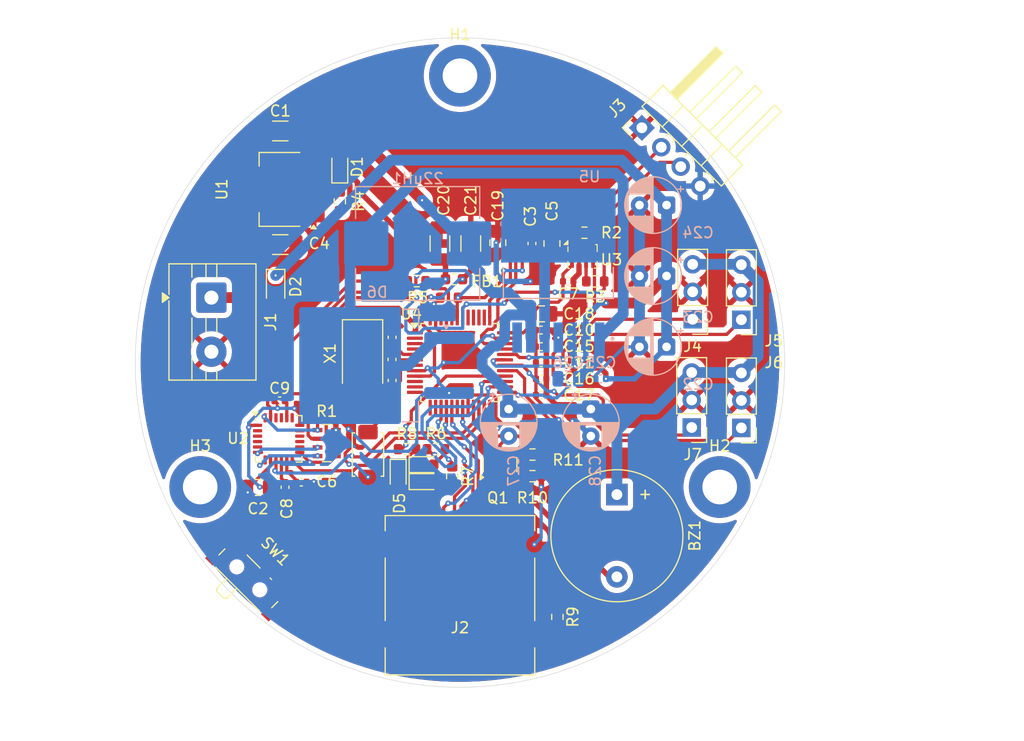
<source format=kicad_pcb>
(kicad_pcb (version 20241229) (generator "pcbnew") (generator_version "9.0")
  (layers (0 "F.Cu" signal) (2 "B.Cu" signal) (13 "F.Paste" user) (15 "B.Paste" user) (5 "F.SilkS" user "F.Silkscreen") (7 "B.SilkS" user "B.Silkscreen") (1 "F.Mask" user) (3 "B.Mask" user) (25 "Edge.Cuts" user))
  (net 0 "")
  (net 1 "+5V")
  (net 2 "Net-(BZ1--)")
  (net 3 "GND")
  (net 4 "+3.3V")
  (net 5 "Net-(U2-REGOUT)")
  (net 6 "Net-(U2-CPOUT)")
  (net 7 "/HSE_IN")
  (net 8 "/NRST")
  (net 9 "/HSE_OUT")
  (net 10 "+3.3VA")
  (net 11 "Net-(D1-K)")
  (net 12 "Net-(D2-A)")
  (net 13 "Net-(D3-A)")
  (net 14 "Net-(D4-A)")
  (net 15 "Net-(D5-A)")
  (net 16 "/MOSI")
  (net 17 "/MISO")
  (net 18 "/SDD")
  (net 19 "/SCLK")
  (net 20 "/CS")
  (net 21 "/Servo 1")
  (net 22 "/Servo 2")
  (net 23 "/line")
  (net 24 "INPUT")
  (net 25 "Net-(U5-CB)")
  (net 26 "/Servo 3")
  (net 27 "/Servo 4")
  (net 32 "/SWCLK")
  (net 33 "/SWDIO")
  (net 34 "Net-(Q1-B)")
  (net 35 "/SDA ")
  (net 36 "/AUX_DA")
  (net 37 "/AUX_CL")
  (net 38 "/SCL ")
  (net 39 "/BOOT0")
  (net 40 "Net-(SW1-A)")
  (net 41 "Net-(U4-PB13)")
  (net 42 "Net-(U4-PB14)")
  (net 43 "Net-(U4-PB15)")
  (net 44 "/Buzzer")
  (net 46 "/INT_GY")
  (net 54 "/ADRESS_GY")
  (net 58 "/ADRESS_B")
  (footprint "Capacitor_SMD:C_0402_1005Metric" (layer "F.Cu") (at 153.65 87 90)
    (property "Reference" "C3")
    (property "Value" "0.1uF")
  )
  (footprint "Capacitor_SMD:C_0805_2012Metric" (layer "F.Cu") (at 128.34 109.54)
    (property "Reference" "C2")
    (property "Value" "10nF")
  )
  (footprint "Capacitor_SMD:C_0402_1005Metric" (layer "F.Cu") (at 140.731883 95.67 90)
    (property "Reference" "C12" (hide yes))
    (property "Value" "20pF")
  )
  (footprint "MountingHole:MountingHole_3.2mm_M3_ISO7380_Pad" (layer "F.Cu") (at 147 71.5)
    (property "Reference" "H1")
    (property "Value" "MountingHole")
  )
  (footprint "Connector_PinHeader_2.54mm:PinHeader_1x03_P2.54mm_Vertical" (layer "F.Cu") (at 173 104.04 180)
    (property "Reference" "J6")
    (property "Value" "Motor servo 1")
  )
  (footprint "Resistor_SMD:R_0603_1608Metric" (layer "F.Cu") (at 144.7875 106)
    (property "Reference" "R6")
    (property "Value" "150r")
  )
  (footprint "Capacitor_SMD:C_0402_1005Metric" (layer "F.Cu") (at 140.731883 99.65 90)
    (property "Reference" "C13" (hide yes))
    (property "Value" "0.1uF")
  )
  (footprint "Resistor_SMD:R_0603_1608Metric" (layer "F.Cu") (at 153.7 108.5 180)
    (property "Reference" "R10")
    (property "Value" "4k7")
  )
  (footprint "Connector_PinHeader_2.54mm:PinHeader_1x04_P2.54mm_Horizontal" (layer "F.Cu") (at 163.805923 76.305923 45)
    (property "Reference" "J3")
    (property "Value" "Conn_01x04_Pin")
  )
  (footprint "Capacitor_SMD:C_0402_1005Metric" (layer "F.Cu") (at 132.34 109.04)
    (property "Reference" "C6")
    (property "Value" "0.1uF")
  )
  (footprint "Resistor_SMD:R_0603_1608Metric" (layer "F.Cu") (at 135.9 83.1 90)
    (property "Reference" "R4")
    (property "Value" "1k5")
  )
  (footprint "Capacitor_SMD:C_0402_1005Metric" (layer "F.Cu") (at 140.719678 97.711021 90)
    (property "Reference" "C14" (hide yes))
    (property "Value" "20pF")
  )
  (footprint "MountingHole:MountingHole_3.2mm_M3_ISO7380_Pad" (layer "F.Cu") (at 123 109.5)
    (property "Reference" "H3")
    (property "Value" "MountingHole")
  )
  (footprint "LED_SMD:LED_0603_1608Metric" (layer "F.Cu") (at 141.2875 108.43 -90)
    (property "Reference" "D5")
    (property "Value" "LED_Y")
  )
  (footprint "Capacitor_SMD:C_0805_2012Metric" (layer "F.Cu") (at 155.5 87 90)
    (property "Reference" "C5")
    (property "Value" "10nF")
  )
  (footprint "CriarCE:R_0603" (layer "F.Cu") (at 146 92)
    (property "Reference" "R12" (hide yes))
    (property "Value" "1k5")
  )
  (footprint "Capacitor_SMD:C_0402_1005Metric" (layer "F.Cu") (at 130.34 101.54)
    (property "Reference" "C9")
    (property "Value" "220pF")
  )
  (footprint "Capacitor_SMD:C_0402_1005Metric" (layer "F.Cu") (at 154.5 96.53)
    (property "Reference" "C15")
    (property "Value" "0.1uF")
  )
  (footprint "LED_SMD:LED_0603_1608Metric" (layer "F.Cu") (at 135.9 79.92 90)
    (property "Reference" "D1")
    (property "Value" "PWR")
  )
  (footprint "Capacitor_SMD:C_0402_1005Metric" (layer "F.Cu") (at 154.5 95)
    (property "Reference" "C10")
    (property "Value" "0.1uF")
  )
  (footprint "Resistor_SMD:R_Array_Concave_4x0603" (layer "F.Cu") (at 134.69 105.44)
    (property "Reference" "R1")
    (property "Value" "4.7kΩ")
  )
  (footprint "Diode_SMD:D_SOD-323" (layer "F.Cu") (at 129.9675 91 -90)
    (property "Reference" "D2")
    (property "Value" "D")
  )
  (footprint "TerminalBlock:TerminalBlock_MaiXu_MX126-5.0-02P_1x02_P5.00mm" (layer "F.Cu") (at 124.0325 92 -90)
    (property "Reference" "J1")
    (property "Value" "Battery conector")
  )
  (footprint "Capacitor_SMD:C_1206_3216Metric" (layer "F.Cu") (at 148 87 -90)
    (property "Reference" "C20")
    (property "Value" "1uF")
  )
  (footprint "Capacitor_SMD:C_0402_1005Metric" (layer "F.Cu") (at 157 90.5 180)
    (property "Reference" "C7")
    (property "Value" "0.1uF")
  )
  (footprint "Capacitor_SMD:C_0805_2012Metric" (layer "F.Cu") (at 154.55 93.5)
    (property "Reference" "C18")
    (property "Value" "4.7uF")
  )
  (footprint "Package_QFP:LQFP-48_7x7mm_P0.5mm" (layer "F.Cu") (at 147 98)
    (property "Reference" "U4")
    (property "Value" "STM32F103C8Tx")
  )
  (footprint "Capacitor_SMD:C_0805_2012Metric" (layer "F.Cu") (at 150.5 86.925 -90)
    (property "Reference" "C19")
    (property "Value" "10nF")
  )
  (footprint "LED_SMD:LED_0603_1608Metric" (layer "F.Cu") (at 143.7875 107.43)
    (property "Reference" "D3" (hide yes))
    (property "Value" "LED_R")
  )
  (footprint "Capacitor_SMD:C_0402_1005Metric" (layer "F.Cu") (at 154.5 101)
    (property "Reference" "C17")
    (property "Value" "0.1uF")
  )
  (footprint "Capacitor_SMD:C_0402_1005Metric" (layer "F.Cu") (at 130.84 109.52 90)
    (property "Reference" "C8")
    (property "Value" "0.1uF")
  )
  (footprint "Resistor_SMD:R_0603_1608Metric" (layer "F.Cu") (at 146.2875 108.5 -90)
    (property "Reference" "R7")
    (property "Value" "150r")
  )
  (footprint "Connector_PinHeader_2.54mm:PinHeader_1x03_P2.54mm_Vertical" (layer "F.Cu") (at 173 94.04 180)
    (property "Reference" "J5")
    (property "Value" "Motor servo 1")
  )
  (footprint "Capacitor_SMD:C_0402_1005Metric" (layer "F.Cu") (at 154.5 98)
    (property "Reference" "C11")
    (property "Value" "0.1uF")
  )
  (footprint "Button_Switch_SMD:SW_SPDT_PCM12" (layer "F.Cu") (at 127.672685 117.705995 -45)
    (property "Reference" "SW1")
    (property "Value" "SW_SPDT")
  )
  (footprint "Connector_PinHeader_2.54mm:PinHeader_1x03_P2.54mm_Vertical" (layer "F.Cu") (at 168.5 94 180)
    (property "Reference" "J4")
    (property "Value" "Motor servo 1")
  )
  (footprint "Capacitor_SMD:C_1206_3216Metric" (layer "F.Cu") (at 130.4 76.6)
    (property "Reference" "C1")
    (property "Value" "22uF")
  )
  (footprint "Sensor_Motion:InvenSense_QFN-24_4x4mm_P0.5mm" (layer "F.Cu") (at 130.25 105.05)
    (property "Reference" "U2")
    (property "Value" "MPU-6050")
  )
  (footprint "Crystal:Crystal_SMD_5032-2Pin_5.0x3.2mm" (layer "F.Cu") (at 138 97.15 -90)
    (property "Reference" "X1")
    (property "Value" "X50328MSB2GI")
  )
  (footprint "Resistor_SMD:R_0603_1608Metric" (layer "F.Cu") (at 143 90.475 180)
    (property "Reference" "R5")
    (property "Value" "10k")
  )
  (footprint "MountingHole:MountingHole_3.2mm_M3_ISO7380_Pad" (layer "F.Cu") (at 171 109.5)
    (property "Reference" "H2")
    (property "Value" "MountingHole")
  )
  (footprint "Package_TO_SOT_SMD:SOT-223-3_TabPin2" (layer "F.Cu") (at 130.35 82 180)
    (property "Reference" "U1")
    (property "Value" "AMS1117-3.3")
  )
  (footprint "Resistor_SMD:R_0603_1608Metric" (layer "F.Cu") (at 158.5 86 180)
    (property "Reference" "R2")
    (property "Value" "4k7")
  )
  (footprint "Resistor_SMD:R_0603_1608Metric" (layer "F.Cu") (at 159.5 90.5 180)
    (property "Reference" "R3")
    (property "Value" "4k7")
  )
  (footprint "Connector_Card:microSD_HC_Molex_47219-2001" (layer "F.Cu") (at 147 119.5)
    (property "Reference" "J2")
    (property "Value" "Micro_SD_Card_Det2")
  )
  (footprint "CriarCE:SW_TS-1088-AR02016" (layer "F.Cu") (at 138.5 106.5 -90)
    (property "Reference" "SW2" (hide yes))
    (property "Value" "SW_Push")
  )
  (footprint "Inductor_SMD:L_0603_1608Metric" (layer "F.Cu") (at 146.45 90.3 180)
    (property "Reference" "FB1")
    (property "Value" "120R")
  )
  (footprint "Package_TO_SOT_SMD:SOT-23" (layer "F.Cu") (at 150.7 107.44 90)
    (property "Reference" "Q1")
    (property "Value" "NPN")
  )
  (footprint "Package_LGA:Bosch_LGA-8_2x2.5mm_P0.65mm_ClockwisePinNumbering" (layer "F.Cu") (at 158.325 88.2)
    (property "Reference" "U3")
    (property "Value" "BMP280")
  )
  (footprint "Capacitor_SMD:C_1206_3216Metric" (layer "F.Cu") (at 145.15 87 -90)
    (property "Reference" "C21")
    (property "Value" "1uF")
  )
  (footprint "Resistor_SMD:R_0603_1608Metric" (layer "F.Cu") (at 153.7 106.5 180)
    (property "Reference" "R11")
    (property "Value" "150r")
  )
  (footprint "Capacitor_SMD:C_0402_1005Metric" (layer "F.Cu") (at 154.5 99.5)
    (property "Reference" "C16")
    (property "Value" "0.1uF")
  )
  (footprint "Resistor_SMD:R_0603_1608Metric" (layer "F.Cu") (at 142.1075 106)
    (property "Reference" "R8")
    (property "Value" "150r")
  )
  (footprint "Connector_PinHeader_2.54mm:PinHeader_1x03_P2.54mm_Vertical" (layer "F.Cu") (at 168.41 104 180)
    (property "Reference" "J7")
    (property "Value" "Motor servo 2")
  )
  (footprint "LED_SMD:LED_0603_1608Metric" (layer "F.Cu") (at 143.7875 109)
    (property "Reference" "D4" (hide yes))
    (property "Value" "LED_G")
  )
  (footprint "Buzzer_Beeper:Buzzer_12x9.5RM7.6" (layer "F.Cu") (at 161.5 110.2 -90)
    (property "Reference" "BZ1")
    (property "Value" "Buzzer")
  )
  (footprint "Resistor_SMD:R_0603_1608Metric" (layer "F.Cu") (at 156 121.5 -90)
    (property "Reference" "R9")
    (property "Value" "4k7")
  )
  (footprint "Capacitor_SMD:C_1206_3216Metric" (layer "F.Cu") (at 130.4 87.1 180)
    (property "Reference" "C4")
    (property "Value" "22uF")
  )
  (footprint "Capacitor_THT:CP_Radial_D5.0mm_P2.50mm" (layer "B.Cu") (at 151.5 102.294888 -90)
    (property "Reference" "C27")
    (property "Value" "180uF 16v")
  )
  (footprint "Inductor_SMD:L_Changjiang_FXL1040" (layer "B.Cu") (at 143.09 87.000001 180)
    (property "Reference" "22uH1")
    (property "Value" "L")
  )
  (footprint "Capacitor_SMD:C_0805_2012Metric" (layer "B.Cu") (at 157 99.5 180)
    (property "Reference" "C26")
    (property "Value" "10nF")
  )
  (footprint "Capacitor_THT:CP_Radial_D5.0mm_P2.50mm" (layer "B.Cu") (at 159.09 102.294888 -90)
    (property "Reference" "C28")
    (property "Value" "180uF 16v")
  )
  (footprint "Capacitor_THT:CP_Radial_D5.0mm_P2.50mm" (layer "B.Cu") (at 166.09 83.450001 180)
    (property "Reference" "C24")
    (property "Value" "15uF")
  )
  (footprint "Capacitor_THT:CP_Radial_D5.0mm_P2.50mm" (layer "B.Cu") (at 166.09 90.000001 180)
    (property "Reference" "C23")
    (property "Value" "15uF")
  )
  (footprint "Capacitor_SMD:C_0402_1005Metric" (layer "B.Cu") (at 160 99.500001 180)
    (property "Reference" "C25")
    (property "Value" "470nF")
  )
  (footprint "CriarCE:TO127P1435X464-8N" (layer "B.Cu") (at 156.09 89.500001 180)
    (property "Reference" "U5")
    (property "Value" "LM2678SX-ADJ")
  )
  (footprint "Capacitor_THT:CP_Radial_D5.0mm_P2.50mm" (layer "B.Cu") (at 166.09 96.550001 180)
    (property "Reference" "C22")
    (property "Value" "15uF")
  )
  (footprint "Package_TO_SOT_SMD:TO-263-2_TabPin1" (layer "B.Cu") (at 138.35 98.275 180)
    (property "Reference" "D6")
    (property "Value" "6tq045S")
  )
  (gr_circle (center 147 98) (end 177 98) (stroke (width 0.05)) (fill no) (layer "Edge.Cuts"))
  (segment (start 156.09 85.340001) (end 154.82 86.610001) (width 1) (layer "B.Cu") (net 0))
  (segment (start 154.82 86.610001) (end 154.82 95.690001) (width 1) (layer "B.Cu") (net 0))
  (segment (start 133.5 79.7) (end 132.075 78.275) (width 1) (layer "F.Cu") (net 1))
  (segment (start 135.206 77.994) (end 133.5 79.7) (width 1) (layer "F.Cu") (net 1))
  (segment (start 131.875 76.6) (end 131.875 78.075) (width 0.5) (layer "F.Cu") (net 1))
  (segment (start 143.5 83) (end 138.494 77.994) (width 1) (layer "F.Cu") (net 1))
  (segment (start 138.494 77.994) (end 135.206 77.994) (width 1) (layer "F.Cu") (net 1))
  (segment (start 132.075 78.275) (end 132.075 78.075) (width 1) (layer "F.Cu") (net 1))
  (via (at 143.5 83) (size 0.5) (drill 0.2) (layers "F.Cu" "B.Cu") (net 1))
  (segment (start 161.5 104) (end 161.5 103.5) (width 1) (layer "B.Cu") (net 1))
  (segment (start 172.96 88.92) (end 173 88.96) (width 1) (layer "B.Cu") (net 1))
  (segment (start 151.539999 93.594001) (end 152 93.594001) (width 1) (layer "B.Cu") (net 1))
  (segment (start 161.5 103.294888) (end 162.5 102.294888) (width 1) (layer "B.Cu") (net 1))
  (segment (start 152.051 92.106082) (end 152.051 92.120547) (width 1) (layer "B.Cu") (net 1))
  (segment (start 174.551 97.409) (end 173 98.96) (width 1) (layer "B.Cu") (net 1))
  (segment (start 161.5 104.704888) (end 161.5 104.294888) (width 1) (layer "B.Cu") (net 1))
  (segment (start 161.5 104.704888) (end 159.09 102.294888) (width 1) (layer "B.Cu") (net 1))
  (segment (start 151.421332 102.21622) (end 151.421332 100.76625) (width 1) (layer "B.Cu") (net 1))
  (segment (start 152.051 92.120547) (end 152.640454 92.710001) (width 1) (layer "B.Cu") (net 1))
  (segment (start 147.84 87.000001) (end 147.84 88.649) (width 1) (layer "B.Cu") (net 1))
  (segment (start 161.5 102.294888) (end 159.09 102.294888) (width 1) (layer "B.Cu") (net 1))
  (segment (start 161.5 110.2) (end 161.5 104.704888) (width 1) (layer "B.Cu") (net 1))
  (segment (start 151.5 102.294888) (end 151.421332 102.21622) (width 1) (layer "B.Cu") (net 1))
  (segment (start 148.851 89.647504) (end 148.851 90.351) (width 1) (layer "B.Cu") (net 1))
  (segment (start 152 93.594001) (end 152.666 93.594001) (width 1) (layer "B.Cu") (net 1))
  (segment (start 149.049 97.451) (end 150.023 96.477) (width 1) (layer "B.Cu") (net 1))
  (segment (start 163.5 102.294888) (end 162.5 102.294888) (width 1) (layer "B.Cu") (net 1))
  (segment (start 165.035112 102.294888) (end 163.5 102.294888) (width 1) (layer "B.Cu") (net 1))
  (segment (start 151.421332 100.76625) (end 149.049 98.393918) (width 1) (layer "B.Cu") (net 1))
  (segment (start 153.144001 93.594001) (end 153.55 94) (width 1) (layer "B.Cu") (net 1))
  (segment (start 159.09 102.294888) (end 160.294888 102.294888) (width 1) (layer "B.Cu") (net 1))
  (segment (start 151.134 95.736918) (end 151.134 94) (width 1) (layer "B.Cu") (net 1))
  (segment (start 174.551 90.511) (end 174.551 97.409) (width 1) (layer "B.Cu") (net 1))
  (segment (start 152.666 93.594001) (end 153.55 92.710001) (width 1) (layer "B.Cu") (net 1))
  (segment (start 161.5 104.294888) (end 163.5 102.294888) (width 1) (layer "B.Cu") (net 1))
  (segment (start 173 88.96) (end 174.551 90.511) (width 1) (layer "B.Cu") (net 1))
  (segment (start 147.500001 87.000001) (end 143.5 83) (width 1) (layer "B.Cu") (net 1))
  (segment (start 151.5 102.294888) (end 159.09 102.294888) (width 1) (layer "B.Cu") (net 1))
  (segment (start 172.96 98.92) (end 173 98.96) (width 1) (layer "B.Cu") (net 1))
  (segment (start 148.851 90.351) (end 150.049 91.549) (width 1) (layer "B.Cu") (net 1))
  (segment (start 153.55 92.710001) (end 153.55 95.690001) (width 1) (layer "B.Cu") (net 1))
  (segment (start 161.5 104.704888) (end 161.5 104) (width 1) (layer "B.Cu") (net 1))
  (segment (start 162.5 102.294888) (end 161.5 102.294888) (width 1) (layer "B.Cu") (net 1))
  (segment (start 153.55 94) (end 153.55 95.690001) (width 1) (layer "B.Cu") (net 1))
  (segment (start 151.134 94) (end 151.539999 93.594001) (width 1) (layer "B.Cu") (net 1))
  (segment (start 149.049 98.393918) (end 149.049 97.451) (width 1) (layer "B.Cu") (net 1))
  (segment (start 160.294888 102.294888) (end 161.5 103.5) (width 1) (layer "B.Cu") (net 1))
  (segment (start 151.493918 91.549) (end 152.051 92.106082) (width 1) (layer "B.Cu") (net 1))
  (segment (start 147.84 87.000001) (end 147.500001 87.000001) (width 1) (layer "B.Cu") (net 1))
  (segment (start 150.049 91.549) (end 151.493918 91.549) (width 1) (layer "B.Cu") (net 1))
  (segment (start 152.640454 92.710001) (end 153.55 92.710001) (width 1) (layer "B.Cu") (net 1))
  (segment (start 150.023 96.477) (end 150.393918 96.477) (width 1) (layer "B.Cu") (net 1))
  (segment (start 168.5 88.92) (end 172.96 88.92) (width 1) (layer "B.Cu") (net 1))
  (segment (start 147.852496 88.649) (end 148.851 89.647504) (width 1) (layer "B.Cu") (net 1))
  (segment (start 161.5 103.5) (end 161.5 102.294888) (width 1) (layer "B.Cu") (net 1))
  (segment (start 147.84 88.649) (end 147.852496 88.649) (width 1) (layer "B.Cu") (net 1))
  (segment (start 168.41 98.92) (end 172.96 98.92) (width 1) (layer "B.Cu") (net 1))
  (segment (start 161.5 104) (end 161.5 103.294888) (width 1) (layer "B.Cu") (net 1))
  (segment (start 152 93.594001) (end 153.144001 93.594001) (width 1) (layer "B.Cu") (net 1))
  (segment (start 168.41 98.92) (end 165.035112 102.294888) (width 1) (layer "B.Cu") (net 1))
  (segment (start 150.393918 96.477) (end 151.134 95.736918) (width 1) (layer "B.Cu") (net 1))
  (segment (start 154 111) (end 160.8 117.8) (width 0.5) (layer "F.Cu") (net 2))
  (segment (start 160.8 117.8) (end 161.5 117.8) (width 0.5) (layer "F.Cu") (net 2))
  (segment (start 152.3725 111) (end 154 111) (width 0.5) (layer "F.Cu") (net 2))
  (segment (start 149.75 108.3775) (end 152.3725 111) (width 0.5) (layer "F.Cu") (net 2))
  (segment (start 129.29 109.54) (end 129.75 110) (width 0.5) (layer "F.Cu") (net 3))
  (segment (start 128.4 76.6) (end 128.925 76.6) (width 0.5) (layer "F.Cu") (net 3))
  (segment (start 150.7 105.594888) (end 151.5 104.794888) (width 0.3) (layer "F.Cu") (net 3))
  (segment (start 140.719678 98.191021) (end 140.719678 99.157795) (width 0.3) (layer "F.Cu") (net 3))
  (segment (start 133.5 84.3) (end 133.875 84.3) (width 0.5) (layer "F.Cu") (net 3))
  (segment (start 145.5 95.5) (end 145.5 98) (width 0.3) (layer "F.Cu") (net 3))
  (segment (start 129.789938 110.039938) (end 129.29 109.54) (width 0.5) (layer "F.Cu") (net 3))
  (segment (start 143.75 98.75) (end 144 98.5) (width 0.3) (layer "F.Cu") (net 3))
  (segment (start 150.344657 104.794888) (end 151.5 104.794888) (width 0.3) (layer "F.Cu") (net 3))
  (segment (start 137.249 104) (end 136.825003 104) (width 0.3) (layer "F.Cu") (net 3))
  (segment (start 129.75 110) (end 130.84 110) (width 0.5) (layer "F.Cu") (net 3))
  (segment (start 128.5 109.5) (end 129.25 109.5) (width 0.3) (layer "F.Cu") (net 3))
  (segment (start 149.25 103.700231) (end 150.344657 104.794888) (width 0.3) (layer "F.Cu") (net 3))
  (segment (start 153.774 107.749) (end 154.525 108.5) (width 0.3) (layer "F.Cu") (net 3))
  (segment (start 156.8 87.95) (end 157.35 87.4) (width 0.5) (layer "F.Cu") (net 3))
  (segment (start 137.249 102.5515) (end 140.6305 99.17) (width 0.3) (layer "F.Cu") (net 3))
  (segment (start 137.14213 93.601) (end 136.213491 94.529639) (width 0.3) (layer "F.Cu") (net 3))
  (segment (start 136.825003 104) (end 136.700003 104.125) (width 0.3) (layer "F.Cu") (net 3))
  (segment (start 144.75 93.8375) (end 144.75 94.75) (width 0.3) (layer "F.Cu") (net 3))
  (segment (start 153.65 87.48) (end 155.03 87.48) (width 0.5) (layer "F.Cu") (net 3))
  (segment (start 158 89.773804) (end 157.48 90.293804) (width 0.5) (layer "F.Cu") (net 3))
  (segment (start 149.25 102.1625) (end 149.25 103.700231) (width 0.3) (layer "F.Cu") (net 3))
  (segment (start 129.86 101.54) (end 130.140538 101.820538) (width 0.3) (layer "F.Cu") (net 3))
  (segment (start 128.3 103.8) (end 127.668843 103.8) (width 0.3) (layer "F.Cu") (net 3))
  (segment (start 158 89) (end 158 89.773804) (width 0.5) (layer "F.Cu") (net 3))
  (segment (start 131.875 87.1) (end 130.524 88.451) (width 0.5) (layer "F.Cu") (net 3))
  (segment (start 136.399 107.042375) (end 136.399 106.367252) (width 0.3) (layer "F.Cu") (net 3))
  (segment (start 155.5 87.95) (end 156.8 87.95) (width 0.5) (layer "F.Cu") (net 3))
  (segment (start 139.142883 93.601) (end 137.14213 93.601) (width 0.3) (layer "F.Cu") (net 3))
  (segment (start 136.756625 107.4) (end 136.399 107.042375) (width 0.3) (layer "F.Cu") (net 3))
  (segment (start 150.7 106.5025) (end 150.7 105.594888) (width 0.3) (layer "F.Cu") (net 3))
  (segment (start 131.86 108.86) (end 131 108) (width 0.3) (layer "F.Cu") (net 3))
  (segment (start 133.875 84.3) (end 135.9 82.275) (width 0.5) (layer "F.Cu") (net 3))
  (segment (start 131.875 87.1) (end 131.875 85.925) (width 0.5) (layer "F.Cu") (net 3))
  (segment (start 154.98 96.53) (end 154.98 98) (width 0.5) (layer "F.Cu") (net 3))
  (segment (start 132.2 103.8) (end 132.2 102.739654) (width 0.3) (layer "F.Cu") (net 3))
  (segment (start 131.875 85.925) (end 133.5 84.3) (width 0.5) (layer "F.Cu") (net 3))
  (segment (start 137.035062 110.039938) (end 129.789938 110.039938) (width 0.5) (layer "F.Cu") (net 3))
  (segment (start 150.224 95.75) (end 150 95.526) (width 0.3) (layer "F.Cu") (net 3))
  (segment (start 136.264003 103.689) (end 136.341 103.689) (width 0.3) (layer "F.Cu") (net 3))
  (segment (start 140.719678 99.157795) (end 140.731883 99.17) (width 0.3) (layer "F.Cu") (net 3))
  (segment (start 125.5 87.5) (end 125.5 79.5) (width 0.5) (layer "F.Cu") (net 3))
  (segment (start 153.774 106.139226) (end 153.774 107.749) (width 0.3) (layer "F.Cu") (net 3))
  (segment (start 127.668843 103.8) (end 127.479448 103.989395) (width 0.3) (layer "F.Cu") (net 3))
  (segment (start 155.03 87.48) (end 155.5 87.95) (width 0.5) (layer "F.Cu") (net 3))
  (segment (start 154.525 108.5) (end 154.525 109.475) (width 0.3) (layer "F.Cu") (net 3))
  (segment (start 125.5 79.5) (end 128.4 76.6) (width 0.5) (layer "F.Cu") (net 3))
  (segment (start 154.98 101) (end 157.379 103.399) (width 0.5) (layer "F.Cu") (net 3))
  (segment (start 149.25 101.501) (end 149.25 102.898858) (width 0.3) (layer "F.Cu") (net 3))
  (segment (start 150.5 85.975) (end 150.5 86.774998) (width 0.5) (layer "F.Cu") (net 3))
  (segment (start 150.55 85.525) (end 151 85.975) (width 0.5) (layer "F.Cu") (net 3))
  (segment (start 129.25 109.5) (end 129.29 109.54) (width 0.3) (layer "F.Cu") (net 3))
  (segment (start 154.98 95) (end 155.399999 95) (width 0.5) (layer "F.Cu") (net 3))
  (segment (start 136.341 103.765997) (end 136.700003 104.125) (width 0.3) (layer "F.Cu") (net 3))
  (segment (start 151.1625 95.75) (end 150.224 95.75) (width 0.3) (layer "F.Cu") (net 3))
  (segment (start 157.48 90.293804) (end 157.48 90.5) (width 0.5) (layer "F.Cu") (net 3))
  (segment (start 137.249 104) (end 137.249 102.5515) (width 0.3) (layer "F.Cu") (net 3))
  (segment (start 152.429662 104.794888) (end 153.774 106.139226) (width 0.3) (layer "F.Cu") (net 3))
  (segment (start 154.98 98) (end 154.98 99.5) (width 0.5) (layer "F.Cu") (net 3))
  (segment (start 132.2 102.739654) (end 131.7 102.239654) (width 0.3) (layer "F.Cu") (net 3))
  (segment (start 131 108) (end 131 107) (width 0.3) (layer "F.Cu") (net 3))
  (segment (start 154.525 109.475) (end 154.5 109.5) (width 0.3) (layer "F.Cu") (net 3))
  (segment (start 150.5 86.774998) (end 150.349998 86.925) (width 0.5) (layer "F.Cu") (net 3))
  (segment (start 130.140538 101.820538) (end 130.140538 102.228773) (width 0.3) (layer "F.Cu") (net 3))
  (segment (start 136.213491 94.529639) (end 136.213491 103.638488) (width 0.3) (layer "F.Cu") (net 3))
  (segment (start 130.84 110) (end 130.9 110) (width 0.3) (layer "F.Cu") (net 3))
  (segment (start 142.8375 98.75) (end 143.75 98.75) (width 0.3) (layer "F.Cu") (net 3))
  (segment (start 144.75 94.75) (end 145.5 95.5) (width 0.3) (layer "F.Cu") (net 3))
  (segment (start 153.5 90.5) (end 153.65 90.35) (width 0.5) (layer "F.Cu") (net 3))
  (segment (start 149.25 102.1625) (end 149.25 101.501) (width 0.3) (layer "F.Cu") (net 3))
  (segment (start 130.524 88.451) (end 126.451 88.451) (width 0.5) (layer "F.Cu") (net 3))
  (segment (start 140.6305 99.17) (end 140.731883 99.17) (width 0.3) (layer "F.Cu") (net 3))
  (segment (start 140.731883 95.19) (end 139.142883 93.601) (width 0.3) (layer "F.Cu") (net 3))
  (segment (start 136.213491 103.638488) (end 136.264003 103.689) (width 0.3) (layer "F.Cu") (net 3))
  (segment (start 136.399 106.367252) (end 137.249 105.517252) (width 0.3) (layer "F.Cu") (net 3))
  (segment (start 145.15 85.525) (end 150.55 85.525) (width 0.5) (layer "F.Cu") (net 3))
  (segment (start 137.249 105.517252) (end 137.249 104) (width 0.3) (layer "F.Cu") (net 3))
  (segment (start 130.9 110) (end 131.86 109.04) (width 0.3) (layer "F.Cu") (net 3))
  (segment (start 131.86 109.04) (end 131.86 108.86) (width 0.3) (layer "F.Cu") (net 3))
  (segment (start 126.451 88.451) (end 125.5 87.5) (width 0.5) (layer "F.Cu") (net 3))
  (segment (start 151.5 104.794888) (end 152.429662 104.794888) (width 0.3) (layer "F.Cu") (net 3))
  (segment (start 138.5 108.575) (end 137.035062 110.039938) (width 0.5) (layer "F.Cu") (net 3))
  (segment (start 149.25 102.1625) (end 149.25 102.898858) (width 0.3) (layer "F.Cu") (net 3))
  (segment (start 136.341 103.689) (end 136.341 103.765997) (width 0.3) (layer "F.Cu") (net 3))
  (segment (start 155.399999 95) (end 156.09 95.690001) (width 0.5) (layer "F.Cu") (net 3))
  (segment (start 153.65 90.35) (end 153.65 87.48) (width 0.5) (layer "F.Cu") (net 3))
  (segment (start 154.98 99.5) (end 154.98 101) (width 0.5) (layer "F.Cu") (net 3))
  (via (at 145.5 98) (size 0.5) (drill 0.2) (layers "F.Cu" "B.Cu") (net 3))
  (via (at 150.349998 86.925) (size 0.5) (drill 0.2) (layers "F.Cu" "B.Cu") (net 3))
  (via (at 136.756625 107.4) (size 0.5) (drill 0.2) (layers "F.Cu" "B.Cu") (net 3))
  (via (at 138.5 108.575) (size 0.5) (drill 0.2) (layers "F.Cu" "B.Cu") (net 3))
  (via (at 156.09 95.690001) (size 0.5) (drill 0.2) (layers "F.Cu" "B.Cu") (net 3))
  (via (at 146 100.815) (size 0.5) (drill 0.2) (layers "F.Cu" "B.Cu") (net 3))
  (via (at 127.479448 103.989395) (size 0.5) (drill 0.2) (layers "F.Cu" "B.Cu") (net 3))
  (via (at 154.5 109.5) (size 0.5) (drill 0.2) (layers "F.Cu" "B.Cu") (net 3))
  (via (at 131.7 102.239654) (size 0.5) (drill 0.2) (layers "F.Cu" "B.Cu") (net 3))
  (via (at 144 98.5) (size 0.5) (drill 0.2) (layers "F.Cu" "B.Cu") (net 3))
  (via (at 128.5 109.5) (size 0.5) (drill 0.2) (layers "F.Cu" "B.Cu") (net 3))
  (via (at 130.140538 102.228773) (size 0.5) (drill 0.2) (layers "F.Cu" "B.Cu") (net 3))
  (via (at 136.700003 104.125) (size 0.5) (drill 0.2) (layers "F.Cu" "B.Cu") (net 3))
  (via (at 157.379 103.399) (size 0.5) (drill 0.2) (layers "F.Cu" "B.Cu") (net 3))
  (via (at 150 95.526) (size 0.5) (drill 0.2) (layers "F.Cu" "B.Cu") (net 3))
  (via (at 153.5 90.5) (size 0.5) (drill 0.2) (layers "F.Cu" "B.Cu") (net 3))
  (via (at 153.875 114.8) (size 0.5) (drill 0.2) (layers "F.Cu" "B.Cu") (net 3))
  (segment (start 128.821284 102.228773) (end 130.140538 102.228773) (width 0.3) (layer "B.Cu") (net 3))
  (segment (start 154.5 114.175) (end 153.875 114.8) (width 0.3) (layer "B.Cu") (net 3))
  (segment (start 136.700003 104.125) (end 138.776003 106.201) (width 0.3) (layer "B.Cu") (net 3))
  (segment (start 146.927918 98) (end 145.5 98) (width 0.3) (layer "B.Cu") (net 3))
  (segment (start 159.52 99.500001) (end 159.52 99.190002) (width 0.3) (layer "B.Cu") (net 3))
  (segment (start 136.756625 107.4) (end 137.325 107.4) (width 0.3) (layer "B.Cu") (net 3))
  (segment (start 151.062171 90.5) (end 150.349998 89.787827) (width 0.5) (layer "B.Cu") (net 3))
  (segment (start 153.5 90.5) (end 151.062171 90.5) (width 0.5) (layer "B.Cu") (net 3))
  (segment (start 150.349998 89.787827) (end 150.349998 86.925) (width 0.5) (layer "B.Cu") (net 3))
  (segment (start 145 99.5) (end 144 98.5) (width 0.3) (layer "B.Cu") (net 3))
  (segment (start 145 98.5) (end 145.5 98) (width 0.3) (layer "B.Cu") (net 3))
  (segment (start 143.7 100.815) (end 146 100.815) (width 0.3) (layer "B.Cu") (net 3))
  (segment (start 162.160001 96.550001) (end 163.59 96.550001) (width 0.3) (layer "B.Cu") (net 3))
  (segment (start 127.479448 103.989395) (end 127.479448 108.479448) (width 0.3) (layer "B.Cu") (net 3))
  (segment (start 127.479448 103.570609) (end 128.821284 102.228773) (width 0.3) (layer "B.Cu") (net 3))
  (segment (start 144 98.5) (end 145 98.5) (width 0.3) (layer "B.Cu") (net 3))
  (segment (start 145 99.815) (end 145 99.5) (width 0.3) (layer "B.Cu") (net 3))
  (segment (start 131.689119 102.228773) (end 131.7 102.239654) (width 0.3) (layer "B.Cu") (net 3))
  (segment (start 157.379 103.399) (end 157.694112 103.399) (width 0.5) (layer "B.Cu") (net 3))
  (segment (start 163.59 83.450001) (end 163.59 96.550001) (width 1) (layer "B.Cu") (net 3))
  (segment (start 154.5 109.5) (end 154.5 114.175) (width 0.3) (layer "B.Cu") (net 3))
  (segment (start 127.479448 108.479448) (end 128.5 109.5) (width 0.3) (layer "B.Cu") (net 3))
  (segment (start 127.479448 103.989395) (end 127.479448 103.570609) (width 0.3) (layer "B.Cu") (net 3))
  (segment (start 159.52 99.190002) (end 162.160001 96.550001) (width 0.3) (layer "B.Cu") (net 3))
  (segment (start 142.248943 106.201) (end 142.999 105.450943) (width 0.3) (layer "B.Cu") (net 3))
  (segment (start 142.999 101.516) (end 143.7 100.815) (width 0.3) (layer "B.Cu") (net 3))
  (segment (start 138.776003 106.201) (end 142.248943 106.201) (width 0.3) (layer "B.Cu") (net 3))
  (segment (start 142.999 105.450943) (end 142.999 101.516) (width 0.3) (layer "B.Cu") (net 3))
  (segment (start 150 95.526) (end 149.401918 95.526) (width 0.3) (layer "B.Cu") (net 3))
  (segment (start 149.401918 95.526) (end 146.927918 98) (width 0.3) (layer "B.Cu") (net 3))
  (segment (start 146 100.815) (end 145 99.815) (width 0.3) (layer "B.Cu") (net 3))
  (segment (start 130.140538 102.228773) (end 131.689119 102.228773) (width 0.3) (layer "B.Cu") (net 3))
  (segment (start 137.325 107.4) (end 138.5 108.575) (width 0.3) (layer "B.Cu") (net 3))
  (segment (start 157.694112 103.399) (end 159.09 104.794888) (width 0.5) (layer "B.Cu") (net 3))
  (segment (start 158 87.8) (end 158.65 88.45) (width 0.3) (layer "F.Cu") (net 4))
  (segment (start 135.242 103.367) (end 135.242 94.524982) (width 0.5) (layer "F.Cu") (net 4))
  (segment (start 127.39 110) (end 127.489534 109.900466) (width 0.3) (layer "F.Cu") (net 4))
  (segment (start 153.6 94.5) (end 153.6 93.5) (width 0.3) (layer "F.Cu") (net 4))
  (segment (start 151.1625 95.25) (end 152.85 95.25) (width 0.3) (layer "F.Cu") (net 4))
  (segment (start 154.676 92.424) (end 156.076 92.424) (width 0.3) (layer "F.Cu") (net 4))
  (segment (start 150.476122 104.077824) (end 149.75 103.351702) (width 0.3) (layer "F.Cu") (net 4))
  (segment (start 158.65 88.45) (end 158.65 89.5) (width 0.3) (layer "F.Cu") (net 4))
  (segment (start 156.076 92.424) (end 156.52 91.98) (width 0.3) (layer "F.Cu") (net 4))
  (segment (start 156.52 91.98) (end 156.52 90.5) (width 0.3) (layer "F.Cu") (net 4))
  (segment (start 147.095 118.45) (end 147.095 117.4) (width 0.3) (layer "F.Cu") (net 4))
  (segment (start 133.5 82) (end 133.5 81.881757) (width 0.5) (layer "F.Cu") (net 4))
  (segment (start 157.35 89) (end 157.35 88.45) (width 0.3) (layer "F.Cu") (net 4))
  (segment (start 153.76 94.74) (end 153.36 94.74) (width 0.3) (layer "F.Cu") (net 4))
  (segment (start 154.02 101.31148) (end 155.85999 103.15147) (width 0.3) (layer "F.Cu") (net 4))
  (segment (start 147.095 111.253527) (end 147.595 110.753527) (width 0.3) (layer "F.Cu") (net 4))
  (segment (start 158 86.325) (end 157.675 86) (width 0.3) (layer "F.Cu") (net 4))
  (segment (start 136.63375 79.86625) (end 135.9 79.1325) (width 0.5) (layer "F.Cu") (net 4))
  (segment (start 136.826 80.205268) (end 136.63375 80.013018) (width 0.5) (layer "F.Cu") (net 4))
  (segment (start 127.39 113.39) (end 130.805168 116.805168) (width 0.5) (layer "F.Cu") (net 4))
  (segment (start 135.54 106.64) (end 134.962805 107.217195) (width 0.3) (layer "F.Cu") (net 4))
  (segment (start 134.974 80.407757) (end 134.974 80.0585) (width 0.5) (layer "F.Cu") (net 4))
  (segment (start 154.02 95) (end 154.02 101) (width 0.3) (layer "F.Cu") (net 4))
  (segment (start 145.18 92.01) (end 144.59 92.6) (width 0.3) (layer "F.Cu") (net 4))
  (segment (start 158.65 90.475) (end 158.675 90.5) (width 0.3) (layer "F.Cu") (net 4))
  (segment (start 158.65 89) (end 158.65 89.5) (width 0.3) (layer "F.Cu") (net 4))
  (segment (start 145.18 92) (end 145.18 92.01) (width 0.3) (layer "F.Cu") (net 4))
  (segment (start 133.5 81.881757) (end 134.974 80.407757) (width 0.5) (layer "F.Cu") (net 4))
  (segment (start 157.35 89) (end 156.52 89.83) (width 0.3) (layer "F.Cu") (net 4))
  (segment (start 135.54 104.24) (end 135.54 103.665) (width 0.5) (layer "F.Cu") (net 4))
  (segment (start 132.82 109.04) (end 133.46 109.04) (width 0.3) (layer "F.Cu") (net 4))
  (segment (start 127.2 85.375) (end 128.925 87.1) (width 1) (layer "F.Cu") (net 4))
  (segment (start 157.625 86.05) (end 157.675 86) (width 0.5) (layer "F.Cu") (net 4))
  (segment (start 154.02 95) (end 153.76 94.74) (width 0.3) (layer "F.Cu") (net 4))
  (segment (start 136.826 80.642136) (end 136.826 80.205268) (width 0.5) (layer "F.Cu") (net 4))
  (segment (start 141.3 93) (end 142.9 94.6) (width 0.5) (layer "F.Cu") (net 4))
  (segment (start 134.974 80.0585) (end 135.26625 79.76625) (width 0.5) (layer "F.Cu") (net 4))
  (segment (start 135.54 103.665) (end 135.242 103.367) (width 0.5) (layer "F.Cu") (net 4))
  (segment (start 155.5 86.05) (end 157.625 86.05) (width 0.5) (layer "F.Cu") (net 4))
  (segment (start 136.766982 93) (end 141.3 93) (width 0.5) (layer "F.Cu") (net 4))
  (segment (start 130.805168 116.805168) (end 130.805168 117.755493) (width 0.5) (layer "F.Cu") (net 4))
  (segment (start 127.2 82) (end 133.5 82) (width 1) (layer "F.Cu") (net 4))
  (segment (start 144.25 92.93) (end 145.18 92) (width 0.3) (layer "F.Cu") (net 4))
  (segment (start 154.02 101) (end 154.02 101.31148) (width 0.3) (layer "F.Cu") (net 4))
  (segment (start 147.095 117.4) (end 147.095 111.253527) (width 0.3) (layer "F.Cu") (net 4))
  (segment (start 158.65 89.5) (end 158.65 90.475) (width 0.3) (layer "F.Cu") (net 4))
  (segment (start 158 87.4) (end 158 87.8) (width 0.3) (layer "F.Cu") (net 4))
  (segment (start 142.9 94.6) (end 142.9 95.149) (width 0.5) (layer "F.Cu") (net 4))
  (segment (start 156 103.15147) (end 156.124265 103.275735) (width 0.3) (layer "F.Cu") (net 4))
  (segment (start 142.9 95.149) (end 142.8375 95.149) (width 0.5) (layer "F.Cu") (net 4))
  (segment (start 152.85 95.25) (end 153.05 95.05) (width 0.3) (layer "F.Cu") (net 4))
  (segment (start 144.25 93.8375) (end 144.25 92.93) (width 0.3) (layer "F.Cu") (net 4))
  (segment (start 134.962805 107.217195) (end 133.117195 107.217195) (width 0.3) (layer "F.Cu") (net 4))
  (segment (start 145.15 88.475) (end 143.975 88.475) (width 0.5) (layer "F.Cu") (net 4))
  (segment (start 149.32 120.675) (end 147.095 118.45) (width 0.3) (layer "F.Cu") (net 4))
  (segment (start 153.6 93.5) (end 153.6 94.58) (width 0.3) (layer "F.Cu") (net 4))
  (segment (start 133.117195 107.217195) (end 132.2 106.3) (width 0.3) (layer "F.Cu") (net 4))
  (segment (start 150.476122 104.077824) (end 150.476122 103.936401) (width 0.3) (layer "F.Cu") (net 4))
  (segment (start 137.527 82.027) (end 137.527 81.343136) (width 0.5) (layer "F.Cu") (net 4))
  (segment (start 127.489534 109.54) (end 129.5 107.529534) (width 0.3) (layer "F.Cu") (net 4))
  (segment (start 137.527 81.343136) (end 136.826 80.642136) (width 0.5) (layer "F.Cu") (net 4))
  (segment (start 155.5 86.05) (end 154.12 86.05) (width 0.5) (layer "F.Cu") (net 4))
  (segment (start 153.6 94.58) (end 154.02 95) (width 0.3) (layer "F.Cu") (net 4))
  (segment (start 157.35 88.45) (end 158 87.8) (width 0.3) (layer "F.Cu") (net 4))
  (segment (start 156 120.675) (end 149.32 120.675) (width 0.3) (layer "F.Cu") (net 4))
  (segment (start 127.489534 109.900466) (end 127.489534 109.54) (width 0.3) (layer "F.Cu") (net 4))
  (segment (start 129.5 107.529534) (end 129.5 107) (width 0.3) (layer "F.Cu") (net 4))
  (segment (start 145.6625 88.9875) (end 145.15 88.475) (width 0.5) (layer "F.Cu") (net 4))
  (segment (start 127.39 110) (end 127.39 113.39) (width 0.5) (layer "F.Cu") (net 4))
  (segment (start 145.6625 90.3) (end 145.6625 88.9875) (width 0.5) (layer "F.Cu") (net 4))
  (segment (start 153.6 93.5) (end 154.676 92.424) (width 0.3) (layer "F.Cu") (net 4))
  (segment (start 136.63375 80.013018) (end 136.63375 79.86625) (width 0.5) (layer "F.Cu") (net 4))
  (segment (start 158 87.4) (end 158 86.325) (width 0.3) (layer "F.Cu") (net 4))
  (segment (start 127.2 82) (end 127.2 85.375) (width 1) (layer "F.Cu") (net 4))
  (segment (start 156.52 89.83) (end 156.52 90.5) (width 0.3) (layer "F.Cu") (net 4))
  (segment (start 149.75 103.351702) (end 149.75 102.1625) (width 0.3) (layer "F.Cu") (net 4))
  (segment (start 135.54 104.24) (end 135.54 106.615195) (width 0.5) (layer "F.Cu") (net 4))
  (segment (start 136.63375 79.86625) (end 136.53375 79.76625) (width 0.5) (layer "F.Cu") (net 4))
  (segment (start 136.53375 79.76625) (end 135.26625 79.76625) (width 0.5) (layer "F.Cu") (net 4))
  (segment (start 153.36 94.74) (end 153.05 95.05) (width 0.3) (layer "F.Cu") (net 4))
  (segment (start 135.26625 79.76625) (end 135.9 79.1325) (width 0.5) (layer "F.Cu") (net 4))
  (segment (start 133.46 109.04) (end 133.5 109) (width 0.3) (layer "F.Cu") (net 4))
  (segment (start 153.05 95.05) (end 153.6 94.5) (width 0.3) (layer "F.Cu") (net 4))
  (segment (start 130.805168 117.755493) (end 130.274838 118.285823) (width 0.5) (layer "F.Cu") (net 4))
  (segment (start 154.12 86.05) (end 153.65 86.52) (width 0.5) (layer "F.Cu") (net 4))
  (segment (start 155.85999 103.15147) (end 156 103.15147) (width 0.3) (layer "F.Cu") (net 4))
  (segment (start 143.975 88.475) (end 137.527 82.027) (width 0.5) (layer "F.Cu") (net 4))
  (segment (start 135.242 94.524982) (end 136.766982 93) (width 0.5) (layer "F.Cu") (net 4))
  (via (at 156.124265 103.275735) (size 0.5) (drill 0.2) (layers "F.Cu" "B.Cu") (net 4))
  (via (at 145.6625 90.3) (size 0.5) (drill 0.2) (layers "F.Cu" "B.Cu") (net 4))
  (via (at 135.54 104.24) (size 0.5) (drill 0.2) (layers "F.Cu" "B.Cu") (net 4))
  (via (at 147.595 110.753527) (size 0.5) (drill 0.2) (layers "F.Cu" "B.Cu") (net 4))
  (via (at 133.5 109) (size 0.5) (drill 0.2) (layers "F.Cu" "B.Cu") (net 4))
  (via (at 142.9 94.6) (size 0.5) (drill 0.2) (layers "F.Cu" "B.Cu") (net 4))
  (via (at 127.39 110) (size 0.5) (drill 0.2) (layers "F.Cu" "B.Cu") (net 4))
  (via (at 150.476122 104.077824) (size 0.5) (drill 0.2) (layers "F.Cu" "B.Cu") (net 4))
  (via (at 133.117195 107.217195) (size 0.5) (drill 0.2) (layers "F.Cu" "B.Cu") (net 4))
  (via (at 144.59 92.6) (size 0.5) (drill 0.2) (layers "F.Cu" "B.Cu") (net 4))
  (segment (start 130.050057 109) (end 133.5 109) (width 0.3) (layer "B.Cu") (net 4))
  (segment (start 144.149655 92.6) (end 143.729 92.179345) (width 0.3) (layer "B.Cu") (net 4))
  (segment (start 150.476122 104.191006) (end 150.349 104.318128) (width 0.3) (layer "B.Cu") (net 4))
  (segment (start 127.39 110.39) (end 127.5 110.5) (width 0.3) (layer "B.Cu") (net 4))
  (segment (start 150.349 105.271648) (end 149.5 106.120648) (width 0.3) (layer "B.Cu") (net 4))
  (segment (start 129.832862 107.217195) (end 129.299 107.751057) (width 0.3) (layer "B.Cu") (net 4))
  (segment (start 129.299 108.248943) (end 130.050057 109) (width 0.3) (layer "B.Cu") (net 4))
  (segment (start 150.910058 103.643888) (end 153.601 103.643888) (width 0.3) (layer "B.Cu") (net 4))
  (segment (start 153.969153 103.275735) (end 154.030847 103.275735) (width 0.3) (layer "B.Cu") (net 4))
  (segment (start 143.729 92.179345) (end 143.729 91.271) (width 0.3) (layer "B.Cu") (net 4))
  (segment (start 156.124265 103.275735) (end 154.030847 103.275735) (width 0.3) (layer "B.Cu") (net 4))
  (segment (start 127.5 110.5) (end 132 110.5) (width 0.3) (layer "B.Cu") (net 4))
  (segment (start 144.7 90.3) (end 145.6625 90.3) (width 0.3) (layer "B.Cu") (net 4))
  (segment (start 150.476122 104.077824) (end 150.910058 103.643888) (width 0.3) (layer "B.Cu") (net 4))
  (segment (start 153.601 103.643888) (end 153.969153 103.275735) (width 0.3) (layer "B.Cu") (net 4))
  (segment (start 150.349 104.318128) (end 150.349 105.271648) (width 0.3) (layer "B.Cu") (net 4))
  (segment (start 143.19 94.31) (end 143.19 94) (width 0.5) (layer "B.Cu") (net 4))
  (segment (start 144.59 92.6) (end 144.149655 92.6) (width 0.3) (layer "B.Cu") (net 4))
  (segment (start 129.299 107.751057) (end 129.299 108.248943) (width 0.3) (layer "B.Cu") (net 4))
  (segment (start 133.117195 107.217195) (end 129.832862 107.217195) (width 0.3) (layer "B.Cu") (net 4))
  (segment (start 132 110.5) (end 133.5 109) (width 0.3) (layer "B.Cu") (net 4))
  (segment (start 149.5 108.848527) (end 147.595 110.753527) (width 0.3) (layer "B.Cu") (net 4))
  (segment (start 150.476122 104.077824) (end 150.476122 104.191006) (width 0.3) (layer "B.Cu") (net 4))
  (segment (start 149.5 106.120648) (end 149.5 108.848527) (width 0.3) (layer "B.Cu") (net 4))
  (segment (start 143.729 91.271) (end 144.7 90.3) (width 0.3) (layer "B.Cu") (net 4))
  (segment (start 127.39 110) (end 127.39 110.39) (width 0.3) (layer "B.Cu") (net 4))
  (segment (start 142.9 94.6) (end 143.19 94.31) (width 0.5) (layer "B.Cu") (net 4))
  (segment (start 144.4 92.6) (end 144.59 92.6) (width 0.3) (layer "B.Cu") (net 4))
  (segment (start 143.19 94) (end 144.59 92.6) (width 0.5) (layer "B.Cu") (net 4))
  (segment (start 130.5 108.7) (end 130.84 109.04) (width 0.3) (layer "F.Cu") (net 5))
  (segment (start 130.5 107) (end 130.5 108.7) (width 0.3) (layer "F.Cu") (net 5))
  (segment (start 131 101.72) (end 130.82 101.54) (width 0.3) (layer "F.Cu") (net 6))
  (segment (start 131 103.1) (end 131 101.72) (width 0.3) (layer "F.Cu") (net 6))
  (segment (start 138 95.3) (end 138.85 96.15) (width 0.5) (layer "F.Cu") (net 7))
  (segment (start 142.8375 97.25) (end 141.75 97.25) (width 0.3) (layer "F.Cu") (net 7))
  (segment (start 141.75 97.25) (end 140.731883 96.231883) (width 0.3) (layer "F.Cu") (net 7))
  (segment (start 140.731883 96.231883) (end 140.731883 96.15) (width 0.3) (layer "F.Cu") (net 7))
  (segment (start 138.85 96.15) (end 140.731883 96.15) (width 0.5) (layer "F.Cu") (net 7))
  (segment (start 141.5 98.5) (end 141.5 99.671882) (width 0.3) (layer "F.Cu") (net 8))
  (segment (start 140 102.925) (end 138.5 104.425) (width 0.3) (layer "F.Cu") (net 8))
  (segment (start 141.5 99.671882) (end 141.041882 100.13) (width 0.3) (layer "F.Cu") (net 8))
  (segment (start 142.8375 98.25) (end 141.75 98.25) (width 0.3) (layer "F.Cu") (net 8))
  (segment (start 140 100.861883) (end 140 102.925) (width 0.3) (layer "F.Cu") (net 8))
  (segment (start 141.041882 100.13) (end 140.731883 100.13) (width 0.3) (layer "F.Cu") (net 8))
  (segment (start 141.75 98.25) (end 141.5 98.5) (width 0.3) (layer "F.Cu") (net 8))
  (segment (start 140.731883 100.13) (end 140 100.861883) (width 0.3) (layer "F.Cu") (net 8))
  (segment (start 141.286917 97.75) (end 140.767938 97.231021) (width 0.3) (layer "F.Cu") (net 9))
  (segment (start 142.8375 97.75) (end 141.286917 97.75) (width 0.3) (layer "F.Cu") (net 9))
  (segment (start 140.767938 97.231021) (end 140.719678 97.231021) (width 0.3) (layer "F.Cu") (net 9))
  (segment (start 138 99) (end 139.768979 97.231021) (width 0.5) (layer "F.Cu") (net 9))
  (segment (start 139.768979 97.231021) (end 140.719678 97.231021) (width 0.5) (layer "F.Cu") (net 9))
  (segment (start 144.33 91.930402) (end 144.069598 91.930402) (width 0.3) (layer "F.Cu") (net 10))
  (segment (start 144.645827 95.575361) (end 144.645827 98.854173) (width 0.3) (layer "F.Cu") (net 10))
  (segment (start 150.4 88.475) (end 151 87.875) (width 0.5) (layer "F.Cu") (net 10))
  (segment (start 144.645827 98.854173) (end 144.25 99.25) (width 0.3) (layer "F.Cu") (net 10))
  (segment (start 144.069598 91.930402) (end 143.5 92.5) (width 0.3) (layer "F.Cu") (net 10))
  (segment (start 148 89.5375) (end 147.2375 90.3) (width 0.5) (layer "F.Cu") (net 10))
  (segment (start 148 88.475) (end 150.4 88.475) (width 0.5) (layer "F.Cu") (net 10))
  (segment (start 144.25 99.25) (end 142.8375 99.25) (width 0.3) (layer "F.Cu") (net 10))
  (segment (start 143.5 92.5) (end 143.5 94.429534) (width 0.3) (layer "F.Cu") (net 10))
  (segment (start 148 88.475) (end 148 89.5375) (width 0.5) (layer "F.Cu") (net 10))
  (segment (start 143.5 94.429534) (end 144.645827 95.575361) (width 0.3) (layer "F.Cu") (net 10))
  (via (at 147.2375 90.3) (size 0.5) (drill 0.2) (layers "F.Cu" "B.Cu") (net 10))
  (via (at 144.33 91.930402) (size 0.5) (drill 0.2) (layers "F.Cu" "B.Cu") (net 10))
  (segment (start 144.33 91.930402) (end 144.399598 92) (width 0.3) (layer "B.Cu") (net 10))
  (segment (start 145.25 92) (end 146.95 90.3) (width 0.3) (layer "B.Cu") (net 10))
  (segment (start 144.399598 92) (end 145.25 92) (width 0.3) (layer "B.Cu") (net 10))
  (segment (start 146.95 90.3) (end 147.2375 90.3) (width 0.3) (layer "B.Cu") (net 10))
  (segment (start 136.826 82.999) (end 135.9 83.925) (width 0.5) (layer "F.Cu") (net 11))
  (segment (start 135.9 80.7075) (end 136.826 81.6335) (width 0.5) (layer "F.Cu") (net 11))
  (segment (start 136.826 81.6335) (end 136.826 82.999) (width 0.5) (layer "F.Cu") (net 11))
  (segment (start 129.9175 92) (end 129.9675 92.05) (width 1) (layer "F.Cu") (net 12))
  (segment (start 124.0325 92) (end 129.9175 92) (width 1) (layer "F.Cu") (net 12))
  (segment (start 145.6125 106.3925) (end 145.6125 106) (width 0.3) (layer "F.Cu") (net 13))
  (segment (start 144.575 107.43) (end 145.6125 106.3925) (width 0.3) (layer "F.Cu") (net 13))
  (segment (start 145.9625 109) (end 146.2875 109.325) (width 0.3) (layer "F.Cu") (net 14))
  (segment (start 144.575 109) (end 145.9625 109) (width 0.3) (layer "F.Cu") (net 14))
  (segment (start 142.2115 106.721) (end 142.2115 108.2935) (width 0.3) (layer "F.Cu") (net 15))
  (segment (start 142.2115 108.2935) (end 141.2875 109.2175) (width 0.3) (layer "F.Cu") (net 15))
  (segment (start 142.9325 106) (end 142.2115 106.721) (width 0.3) (layer "F.Cu") (net 15))
  (segment (start 145.995 116.505) (end 145.995 117.4) (width 0.3) (layer "F.Cu") (net 16))
  (segment (start 146.35 103.75) (end 146.25 103.65) (width 0.3) (layer "F.Cu") (net 16))
  (segment (start 146.25 103.65) (end 146.25 102.1625) (width 0.3) (layer "F.Cu") (net 16))
  (segment (start 146.5 110.372274) (end 146.5 115.5) (width 0.3) (layer "F.Cu") (net 16))
  (segment (start 146 116.5) (end 145.995 116.505) (width 0.3) (layer "F.Cu") (net 16))
  (segment (start 147.5 108.34853) (end 147.5 109.372274) (width 0.3) (layer "F.Cu") (net 16))
  (segment (start 146 116) (end 146 116.5) (width 0.3) (layer "F.Cu") (net 16))
  (segment (start 147.325735 108.174265) (end 147.5 108.34853) (width 0.3) (layer "F.Cu") (net 16))
  (segment (start 147.5 109.372274) (end 146.5 110.372274) (width 0.3) (layer "F.Cu") (net 16))
  (segment (start 146.5 115.5) (end 146 116) (width 0.3) (layer "F.Cu") (net 16))
  (via (at 146.35 103.75) (size 0.5) (drill 0.2) (layers "F.Cu" "B.Cu") (net 16))
  (via (at 147.325735 108.174265) (size 0.5) (drill 0.2) (layers "F.Cu" "B.Cu") (net 16))
  (segment (start 146.35 103.85) (end 148 105.5) (width 0.3) (layer "B.Cu") (net 16))
  (segment (start 146.35 103.75) (end 146.35 103.85) (width 0.3) (layer "B.Cu") (net 16))
  (segment (start 148 105.5) (end 148 107.5) (width 0.3) (layer "B.Cu") (net 16))
  (segment (start 148 107.5) (end 147.325735 108.174265) (width 0.3) (layer "B.Cu") (net 16))
  (segment (start 148.696 107.070539) (end 148.696 109.696) (width 0.3) (layer "F.Cu") (net 17))
  (segment (start 148.696 109.696) (end 149.5 110.5) (width 0.3) (layer "F.Cu") (net 17))
  (segment (start 145.650037 103.757433) (end 145.742567 103.757433) (width 0.3) (layer "F.Cu") (net 17))
  (segment (start 145.75 103.75) (end 145.75 102.1625) (width 0.3) (layer "F.Cu") (net 17))
  (segment (start 149.5 115.5) (end 150.046 116.046) (width 0.3) (layer "F.Cu") (net 17))
  (segment (start 150.046 116.046) (end 150.046 117.051) (width 0.3) (layer "F.Cu") (net 17))
  (segment (start 145.742567 103.757433) (end 145.75 103.75) (width 0.3) (layer "F.Cu") (net 17))
  (segment (start 147.4 105.783983) (end 147.409444 105.783983) (width 0.3) (layer "F.Cu") (net 17))
  (segment (start 147.409444 105.783983) (end 148.696 107.070539) (width 0.3) (layer "F.Cu") (net 17))
  (segment (start 149.5 110.5) (end 149.5 115.5) (width 0.3) (layer "F.Cu") (net 17))
  (segment (start 150.046 117.051) (end 150.395 117.4) (width 0.3) (layer "F.Cu") (net 17))
  (via (at 145.650037 103.757433) (size 0.5) (drill 0.2) (layers "F.Cu" "B.Cu") (net 17))
  (via (at 147.4 105.783983) (size 0.5) (drill 0.2) (layers "F.Cu" "B.Cu") (net 17))
  (segment (start 147.183984 105.567967) (end 147.4 105.783983) (width 0.3) (layer "B.Cu") (net 17))
  (segment (start 145.650037 103.757433) (end 145.650037 104.150037) (width 0.3) (layer "B.Cu") (net 17))
  (segment (start 147.067967 105.567967) (end 147.183984 105.567967) (width 0.3) (layer "B.Cu") (net 17))
  (segment (start 145.650037 104.150037) (end 147.067967 105.567967) (width 0.3) (layer "B.Cu") (net 17))
  (segment (start 147.4 107.4) (end 148.195 108.195) (width 0.3) (layer "F.Cu") (net 19))
  (segment (start 147.4 107.111534) (end 147.4 107.4) (width 0.3) (layer "F.Cu") (net 19))
  (segment (start 145.000312 103.499688) (end 145.25 103.25) (width 0.3) (layer "F.Cu") (net 19))
  (segment (start 144.999213 103.499688) (end 145.000312 103.499688) (width 0.3) (layer "F.Cu") (net 19))
  (segment (start 148.195 108.195) (end 148.195 117.4) (width 0.3) (layer "F.Cu") (net 19))
  (segment (start 145.25 103.25) (end 145.25 102.1625) (width 0.3) (layer "F.Cu") (net 19))
  (via (at 144.999213 103.499688) (size 0.5) (drill 0.2) (layers "F.Cu" "B.Cu") (net 19))
  (via (at 147.4 107.111534) (size 0.5) (drill 0.2) (layers "F.Cu" "B.Cu") (net 19))
  (segment (start 145.149037 104.590574) (end 145.149037 104.149037) (width 0.3) (layer "B.Cu") (net 19))
  (segment (start 145.149037 104.149037) (end 144.999213 103.999213) (width 0.3) (layer "B.Cu") (net 19))
  (segment (start 144.999213 103.999213) (end 144.999213 103.499688) (width 0.3) (layer "B.Cu") (net 19))
  (segment (start 147.4 107.111534) (end 147.4 106.841537) (width 0.3) (layer "B.Cu") (net 19))
  (segment (start 147.4 106.841537) (end 145.149037 104.590574) (width 0.3) (layer "B.Cu") (net 19))
  (segment (start 147.25 103.5) (end 147.25 102.1625) (width 0.3) (layer "F.Cu") (net 20))
  (segment (start 144.895 118.45) (end 148.194 121.749) (width 0.3) (layer "F.Cu") (net 20))
  (segment (start 155.424 121.749) (end 156 122.325) (width 0.3) (layer "F.Cu") (net 20))
  (segment (start 148.194 121.749) (end 155.424 121.749) (width 0.3) (layer "F.Cu") (net 20))
  (segment (start 144.895 117.4) (end 144.895 115.855) (width 0.3) (layer "F.Cu") (net 20))
  (segment (start 145.5 111.4) (end 145.9 111) (width 0.3) (layer "F.Cu") (net 20))
  (segment (start 145.5 115.25) (end 145.5 111.4) (width 0.3) (layer "F.Cu") (net 20))
  (segment (start 144.895 115.855) (end 145.5 115.25) (width 0.3) (layer "F.Cu") (net 20))
  (segment (start 144.895 117.4) (end 144.895 118.45) (width 0.3) (layer "F.Cu") (net 20))
  (via (at 147.25 103.5) (size 0.5) (drill 0.2) (layers "F.Cu" "B.Cu") (net 20))
  (via (at 145.9 111) (size 0.5) (drill 0.2) (layers "F.Cu" "B.Cu") (net 20))
  (segment (start 148.501 105.001) (end 148.501 107.999) (width 0.3) (layer "B.Cu") (net 20))
  (segment (start 146.5 111) (end 145.9 111) (width 0.3) (layer "B.Cu") (net 20))
  (segment (start 148 109.5) (end 146.5 111) (width 0.3) (layer "B.Cu") (net 20))
  (segment (start 147.25 103.75) (end 148.501 105.001) (width 0.3) (layer "B.Cu") (net 20))
  (segment (start 148 108.5) (end 148 109.5) (width 0.3) (layer "B.Cu") (net 20))
  (segment (start 147.25 103.5) (end 147.25 103.75) (width 0.3) (layer "B.Cu") (net 20))
  (segment (start 148.501 107.999) (end 148 108.5) (width 0.3) (layer "B.Cu") (net 20))
  (segment (start 158.61324 103.643888) (end 158.257128 104) (width 0.3) (layer "F.Cu") (net 21))
  (segment (start 156 104) (end 152.971216 100.971216) (width 0.3) (layer "F.Cu") (net 21))
  (segment (start 171.839 105.201) (end 161.123872 105.201) (width 0.3) (layer "F.Cu") (net 21))
  (segment (start 152.971216 100.971216) (end 152.971216 99.471216) (width 0.3) (layer "F.Cu") (net 21))
  (segment (start 158.257128 104) (end 156 104) (width 0.3) (layer "F.Cu") (net 21))
  (segment (start 159.56676 103.643888) (end 158.61324 103.643888) (width 0.3) (layer "F.Cu") (net 21))
  (segment (start 173 104.04) (end 171.839 105.201) (width 0.3) (layer "F.Cu") (net 21))
  (segment (start 152.971216 99.471216) (end 152.25 98.75) (width 0.3) (layer "F.Cu") (net 21))
  (segment (start 161.123872 105.201) (end 159.56676 103.643888) (width 0.3) (layer "F.Cu") (net 21))
  (segment (start 152.25 98.75) (end 151.1625 98.75) (width 0.3) (layer "F.Cu") (net 21))
  (segment (start 160.241 101.489018) (end 160.241 103.100758) (width 0.3) (layer "F.Cu") (net 22))
  (segment (start 167.71 104.7) (end 168.41 104) (width 0.3) (layer "F.Cu") (net 22))
  (segment (start 159.986575 103.355183) (end 161.331392 104.7) (width 0.3) (layer "F.Cu") (net 22))
  (segment (start 156.021979 101) (end 159.751982 101) (width 0.3) (layer "F.Cu") (net 22))
  (segment (start 155.688517 100.666538) (end 156.021979 101) (width 0.3) (layer "F.Cu") (net 22))
  (segment (start 153.401199 98.901199) (end 152.75 98.25) (width 0.3) (layer "F.Cu") (net 22))
  (segment (start 153.401199 98.984603) (end 153.401199 98.901199) (width 0.3) (layer "F.Cu") (net 22))
  (segment (start 160.241 103.100758) (end 159.986575 103.355183) (width 0.3) (layer "F.Cu") (net 22))
  (segment (start 161.331392 104.7) (end 167.71 104.7) (width 0.3) (layer "F.Cu") (net 22))
  (segment (start 152.75 98.25) (end 151.1625 98.25) (width 0.3) (layer "F.Cu") (net 22))
  (segment (start 159.751982 101) (end 160.241 101.489018) (width 0.3) (layer "F.Cu") (net 22))
  (via (at 155.688517 100.666538) (size 0.5) (drill 0.2) (layers "F.Cu" "B.Cu") (net 22))
  (via (at 153.401199 98.984603) (size 0.5) (drill 0.2) (layers "F.Cu" "B.Cu") (net 22))
  (segment (start 155.688517 100.666538) (end 155.083134 100.666538) (width 0.3) (layer "B.Cu") (net 22))
  (segment (start 155.083134 100.666538) (end 153.401199 98.984603) (width 0.3) (layer "B.Cu") (net 22))
  (segment (start 138.34 85.66) (end 138.34 87.000001) (width 1) (layer "B.Cu") (net 23))
  (segment (start 159.9 95.690001) (end 162.081 93.509001) (width 1) (layer "B.Cu") (net 23))
  (segment (start 142.225 98.275) (end 144.765 95.735) (width 1) (layer "B.Cu") (net 23))
  (segment (start 136.85 98.275) (end 142.225 98.275) (width 1) (layer "B.Cu") (net 23))
  (segment (start 157.95 99.5) (end 159.9 97.55) (width 1) (layer "B.Cu") (net 23))
  (segment (start 144.765 95.735) (end 146 95.735) (width 1) (layer "B.Cu") (net 23))
  (segment (start 161.361999 80.5) (end 143.5 80.5) (width 1) (layer "B.Cu") (net 23))
  (segment (start 162.081 81.219001) (end 161.361999 80.5) (width 1) (layer "B.Cu") (net 23))
  (segment (start 143.5 80.5) (end 138.34 85.66) (width 1) (layer "B.Cu") (net 23))
  (segment (start 136.85 88.490001) (end 138.34 87.000001) (width 1) (layer "B.Cu") (net 23))
  (segment (start 136.85 98.275) (end 136.85 88.490001) (width 1) (layer "B.Cu") (net 23))
  (segment (start 162.081 93.509001) (end 162.081 81.219001) (width 1) (layer "B.Cu") (net 23))
  (segment (start 159.9 97.55) (end 159.9 95.690001) (width 1) (layer "B.Cu") (net 23))
  (segment (start 160.5 92.5) (end 163.590001 92.5) (width 1) (layer "F.Cu") (net 24))
  (segment (start 163.590001 92.5) (end 166.09 90.000001) (width 1) (layer "F.Cu") (net 24))
  (segment (start 160.48 99.500001) (end 160.48 99) (width 0.5) (layer "F.Cu") (net 24))
  (segment (start 158.783247 97.803248) (end 158.303248 97.803248) (width 0.5) (layer "F.Cu") (net 24))
  (segment (start 160.48 99) (end 159.98 98.5) (width 0.5) (layer "F.Cu") (net 24))
  (segment (start 159.98 98.5) (end 159.479999 98.5) (width 0.5) (layer "F.Cu") (net 24))
  (segment (start 159.479999 98.5) (end 158.783247 97.803248) (width 0.5) (layer "F.Cu") (net 24))
  (via (at 129.9675 89.95) (size 0.5) (drill 0.2) (layers "F.Cu" "B.Cu") (net 24))
  (via (at 160.48 99.500001) (size 0.5) (drill 0.2) (layers "F.Cu" "B.Cu") (net 24))
  (via (at 160.5 92.5) (size 0.5) (drill 0.2) (layers "F.Cu" "B.Cu") (net 24))
  (via (at 158.303248 97.803248) (size 0.5) (drill 0.2) (layers "F.Cu" "B.Cu") (net 24))
  (segment (start 166.09 83.450001) (end 161.939 79.299001) (width 1) (layer "B.Cu") (net 24))
  (segment (start 160.48 99.500001) (end 161.480001 99.500001) (width 0.5) (layer "B.Cu") (net 24))
  (segment (start 140.618499 79.299001) (end 129.9675 89.95) (width 1) (layer "B.Cu") (net 24))
  (segment (start 158.63 97.476496) (end 158.303248 97.803248) (width 0.5) (layer "B.Cu") (net 24))
  (segment (start 158.63 95.690001) (end 158.63 97.476496) (width 0.5) (layer "B.Cu") (net 24))
  (segment (start 160.48 99.500001) (end 160.499999 99.500001) (width 0.5) (layer "B.Cu") (net 24))
  (segment (start 166.09 83.450001) (end 166.09 96.550001) (width 1) (layer "B.Cu") (net 24))
  (segment (start 163.14 99.500001) (end 166.09 96.550001) (width 0.5) (layer "B.Cu") (net 24))
  (segment (start 160.5 92.5) (end 159.925001 92.5) (width 0.5) (layer "B.Cu") (net 24))
  (segment (start 158.63 93.795001) (end 158.63 95.690001) (width 0.5) (layer "B.Cu") (net 24))
  (segment (start 161.480001 99.500001) (end 163.14 99.500001) (width 0.5) (layer "B.Cu") (net 24))
  (segment (start 161.939 79.299001) (end 140.618499 79.299001) (width 1) (layer "B.Cu") (net 24))
  (segment (start 159.925001 92.5) (end 158.63 93.795001) (width 0.5) (layer "B.Cu") (net 24))
  (segment (start 156.653218 99.346782) (end 156.817597 99.346782) (width 0.5) (layer "F.Cu") (net 25))
  (segment (start 156.817597 99.346782) (end 157.613038 98.551341) (width 0.5) (layer "F.Cu") (net 25))
  (segment (start 157.613038 98.551341) (end 157.613038 98.329338) (width 0.5) (layer "F.Cu") (net 25))
  (via (at 156.653218 99.346782) (size 0.5) (drill 0.2) (layers "F.Cu" "B.Cu") (net 25))
  (via (at 157.613038 98.329338) (size 0.5) (drill 0.2) (layers "F.Cu" "B.Cu") (net 25))
  (segment (start 156.106856 99.5) (end 156.05 99.5) (width 0.5) (layer "B.Cu") (net 25))
  (segment (start 157.36 95.690001) (end 157.544076 95.874077) (width 0.5) (layer "B.Cu") (net 25))
  (segment (start 157.36 97.231762) (end 157.621685 97.493447) (width 0.5) (layer "B.Cu") (net 25))
  (segment (start 156.653218 99.346782) (end 156.260074 99.346782) (width 0.5) (layer "B.Cu") (net 25))
  (segment (start 157.36 95.690001) (end 157.36 97.231762) (width 0.5) (layer "B.Cu") (net 25))
  (segment (start 157.544076 98.260376) (end 157.613038 98.329338) (width 0.5) (layer "B.Cu") (net 25))
  (segment (start 156.260074 99.346782) (end 156.106856 99.5) (width 0.5) (layer "B.Cu") (net 25))
  (segment (start 157.544076 95.874077) (end 157.544076 98.260376) (width 0.5) (layer "B.Cu") (net 25))
  (segment (start 171.640999 95.399001) (end 173 94.04) (width 0.3) (layer "F.Cu") (net 26))
  (segment (start 150.083016 97.854853) (end 150.145147 97.854853) (width 0.3) (layer "F.Cu") (net 26))
  (segment (start 156.843076 98.329939) (end 156.843076 98.263572) (width 0.3) (layer "F.Cu") (net 26))
  (segment (start 156.843076 98.263572) (end 157.121761 97.984887) (width 0.3) (layer "F.Cu") (net 26))
  (segment (start 150.145147 97.854853) (end 150.25 97.75) (width 0.3) (layer "F.Cu") (net 26))
  (segment (start 158.844522 95.399001) (end 171.640999 95.399001) (width 0.3) (layer "F.Cu") (net 26))
  (segment (start 157.121761 97.121762) (end 158.844522 95.399001) (width 0.3) (layer "F.Cu") (net 26))
  (segment (start 150.25 97.75) (end 151.1625 97.75) (width 0.3) (layer "F.Cu") (net 26))
  (segment (start 157.121761 97.984887) (end 157.121761 97.121762) (width 0.3) (layer "F.Cu") (net 26))
  (via (at 150.083016 97.854853) (size 0.5) (drill 0.2) (layers "F.Cu" "B.Cu") (net 26))
  (via (at 156.843076 98.329939) (size 0.5) (drill 0.2) (layers "F.Cu" "B.Cu") (net 26))
  (segment (start 156.843076 98.327552) (end 156.843076 98.329939) (width 0.3) (layer "B.Cu") (net 26))
  (segment (start 156.182604 98.333462) (end 156.191066 98.325) (width 0.3) (layer "B.Cu") (net 26))
  (segment (start 156.840524 98.325) (end 156.843076 98.327552) (width 0.3) (layer "B.Cu") (net 26))
  (segment (start 156.191066 98.325) (end 156.840524 98.325) (width 0.3) (layer "B.Cu") (net 26))
  (segment (start 150.333462 98.333462) (end 156.182604 98.333462) (width 0.3) (layer "B.Cu") (net 26))
  (segment (start 150.083016 97.854853) (end 150.083016 98.083016) (width 0.3) (layer "B.Cu") (net 26))
  (segment (start 150.083016 98.083016) (end 150.333462 98.333462) (width 0.3) (layer "B.Cu") (net 26))
  (segment (start 159.535003 94) (end 168.5 94) (width 0.3) (layer "F.Cu") (net 27))
  (segment (start 152.5 97.535003) (end 152.214997 97.25) (width 0.3) (layer "F.Cu") (net 27))
  (segment (start 152.214997 97.25) (end 151.1625 97.25) (width 0.3) (layer "F.Cu") (net 27))
  (segment (start 156.521761 97.708038) (end 156.521761 97.013242) (width 0.3) (layer "F.Cu") (net 27))
  (segment (start 156.521761 97.013242) (end 159.535003 94) (width 0.3) (layer "F.Cu") (net 27))
  (segment (start 153.3677 97.535002) (end 153.367699 97.535003) (width 0.3) (layer "F.Cu") (net 27))
  (segment (start 153.367699 97.535003) (end 152.5 97.535003) (width 0.3) (layer "F.Cu") (net 27))
  (via (at 156.521761 97.708038) (size 0.5) (drill 0.2) (layers "F.Cu" "B.Cu") (net 27))
  (via (at 153.3677 97.535002) (size 0.5) (drill 0.2) (layers "F.Cu" "B.Cu") (net 27))
  (segment (start 156.348726 97.535003) (end 155.632002 97.535003) (width 0.3) (layer "B.Cu") (net 27))
  (segment (start 156.521761 97.708038) (end 156.348726 97.535003) (width 0.3) (layer "B.Cu") (net 27))
  (segment (start 155.632002 97.535003) (end 155.632001 97.535002) (width 0.3) (layer "B.Cu") (net 27))
  (segment (start 155.632001 97.535002) (end 153.3677 97.535002) (width 0.3) (layer "B.Cu") (net 27))
  (segment (start 151.653535 85.846465) (end 151.653535 90.346465) (width 0.3) (layer "F.Cu") (net 32))
  (segment (start 165.601974 78.101974) (end 159.703948 84) (width 0.3) (layer "F.Cu") (net 32))
  (segment (start 151.653535 90.346465) (end 149.75 92.25) (width 0.3) (layer "F.Cu") (net 32))
  (segment (start 159.703948 84) (end 153.5 84) (width 0.3) (layer "F.Cu") (net 32))
  (segment (start 149.75 92.25) (end 149.75 93.8375) (width 0.3) (layer "F.Cu") (net 32))
  (segment (start 153.5 84) (end 151.653535 85.846465) (width 0.3) (layer "F.Cu") (net 32))
  (segment (start 160.440122 84.501) (end 165.441122 79.5) (width 0.3) (layer "F.Cu") (net 33))
  (segment (start 149.574 94.926) (end 150.003534 94.926) (width 0.3) (layer "F.Cu") (net 33))
  (segment (start 165.441122 79.5) (end 167 79.5) (width 0.3) (layer "F.Cu") (net 33))
  (segment (start 152.154535 86.053985) (end 153.70752 84.501) (width 0.3) (layer "F.Cu") (net 33))
  (segment (start 150.251 94.678534) (end 150.251 94.249) (width 0.3) (layer "F.Cu") (net 33))
  (segment (start 150.003534 94.926) (end 150.251 94.678534) (width 0.3) (layer "F.Cu") (net 33))
  (segment (start 150.251 94.249) (end 150.5 94) (width 0.3) (layer "F.Cu") (net 33))
  (segment (start 149 96) (end 149 95.5) (width 0.3) (layer "F.Cu") (net 33))
  (segment (start 153.70752 84.501) (end 160.440122 84.501) (width 0.3) (layer "F.Cu") (net 33))
  (segment (start 149 95.5) (end 149.574 94.926) (width 0.3) (layer "F.Cu") (net 33))
  (segment (start 150.5 94) (end 150.5 92.20852) (width 0.3) (layer "F.Cu") (net 33))
  (segment (start 149.25 96.25) (end 149 96) (width 0.3) (layer "F.Cu") (net 33))
  (segment (start 152.154535 90.553985) (end 152.154535 86.053985) (width 0.3) (layer "F.Cu") (net 33))
  (segment (start 167 79.5) (end 167.398025 79.898025) (width 0.3) (layer "F.Cu") (net 33))
  (segment (start 150.5 92.20852) (end 152.154535 90.553985) (width 0.3) (layer "F.Cu") (net 33))
  (segment (start 151.1625 96.25) (end 149.25 96.25) (width 0.3) (layer "F.Cu") (net 33))
  (segment (start 152.875 108) (end 152.875 108.5) (width 0.5) (layer "F.Cu") (net 34))
  (segment (start 152.7525 108.3775) (end 152.875 108.5) (width 0.5) (layer "F.Cu") (net 34))
  (segment (start 152.875 107) (end 152.875 106.5) (width 0.5) (layer "F.Cu") (net 34))
  (segment (start 152.875 107.5) (end 152.875 108) (width 0.5) (layer "F.Cu") (net 34))
  (segment (start 151.65 108.3775) (end 152.7525 108.3775) (width 0.5) (layer "F.Cu") (net 34))
  (segment (start 151.65 108.3775) (end 152.5275 107.5) (width 0.5) (layer "F.Cu") (net 34))
  (segment (start 151.65 108.3775) (end 152.0275 108) (width 0.5) (layer "F.Cu") (net 34))
  (segment (start 152.0275 108) (end 152.875 108) (width 0.5) (layer "F.Cu") (net 34))
  (segment (start 152.875 106.5) (end 152.875 107.5) (width 0.5) (layer "F.Cu") (net 34))
  (segment (start 152.0275 107.8475) (end 152.875 107) (width 0.5) (layer "F.Cu") (net 34))
  (segment (start 152.5275 107.5) (end 152.875 107.5) (width 0.5) (layer "F.Cu") (net 34))
  (segment (start 152.0275 108) (end 152.0275 107.8475) (width 0.5) (layer "F.Cu") (net 34))
  (segment (start 158.65 87.4) (end 158.65 86.675) (width 0.3) (layer "F.Cu") (net 35))
  (segment (start 142.926 90.983774) (end 142.409774 91.5) (width 0.3) (layer "F.Cu") (net 35))
  (segment (start 129 103.1) (end 128.9 103) (width 0.3) (layer "F.Cu") (net 35))
  (segment (start 142.409774 91.5) (end 136.70852 91.5) (width 0.3) (layer "F.Cu") (net 35))
  (segment (start 152.754535 89.5) (end 152.754535 86.245465) (width 0.3) (layer "F.Cu") (net 35))
  (segment (start 151.053535 89.710033) (end 151 89.763568) (width 0.3) (layer "F.Cu") (net 35))
  (segment (start 143 90) (end 142.926 90.074) (width 0.3) (layer "F.Cu") (net 35))
  (segment (start 133.84 94.36852) (end 133.84 104.24) (width 0.3) (layer "F.Cu") (net 35))
  (segment (start 146.75 93.8375) (end 146.75 92.07) (width 0.3) (layer "F.Cu") (net 35))
  (segment (start 151 90.291479) (end 149.291479 92) (width 0.3) (layer "F.Cu") (net 35))
  (segment (start 151.053535 89.5) (end 151.053535 89.710033) (width 0.3) (layer "F.Cu") (net 35))
  (segment (start 152.754535 86.245465) (end 153.826 85.174) (width 0.3) (layer "F.Cu") (net 35))
  (segment (start 158.499 85.174) (end 159.325 86) (width 0.3) (layer "F.Cu") (net 35))
  (segment (start 136.70852 91.5) (end 133.84 94.36852) (width 0.3) (layer "F.Cu") (net 35))
  (segment (start 142.926 90.074) (end 142.926 90.983774) (width 0.3) (layer "F.Cu") (net 35))
  (segment (start 158.65 86.675) (end 159.325 86) (width 0.3) (layer "F.Cu") (net 35))
  (segment (start 153.826 85.174) (end 158.499 85.174) (width 0.3) (layer "F.Cu") (net 35))
  (segment (start 151 89.763568) (end 151 90.291479) (width 0.3) (layer "F.Cu") (net 35))
  (segment (start 146.75 92.07) (end 146.82 92) (width 0.3) (layer "F.Cu") (net 35))
  (segment (start 149.291479 92) (end 146.82 92) (width 0.3) (layer "F.Cu") (net 35))
  (via (at 151.053535 89.5) (size 0.5) (drill 0.2) (layers "F.Cu" "B.Cu") (net 35))
  (via (at 143 90) (size 0.5) (drill 0.2) (layers "F.Cu" "B.Cu") (net 35))
  (via (at 133.84 104.24) (size 0.5) (drill 0.2) (layers "F.Cu" "B.Cu") (net 35))
  (via (at 146.82 92) (size 0.5) (drill 0.2) (layers "F.Cu" "B.Cu") (net 35))
  (via (at 152.754535 89.5) (size 0.5) (drill 0.2) (layers "F.Cu" "B.Cu") (net 35))
  (via (at 128.9 103) (size 0.5) (drill 0.2) (layers "F.Cu" "B.Cu") (net 35))
  (segment (start 130.14 104.24) (end 133.84 104.24) (width 0.3) (layer "B.Cu") (net 35))
  (segment (start 143 90) (end 143.5 89.5) (width 0.3) (layer "B.Cu") (net 35))
  (segment (start 148 90) (end 148 90.82) (width 0.3) (layer "B.Cu") (net 35))
  (segment (start 151.053535 89.5) (end 152.754535 89.5) (width 0.3) (layer "B.Cu") (net 35))
  (segment (start 143.5 89.5) (end 147.5 89.5) (width 0.3) (layer "B.Cu") (net 35))
  (segment (start 128.9 103) (end 130.14 104.24) (width 0.3) (layer "B.Cu") (net 35))
  (segment (start 148 90.82) (end 146.82 92) (width 0.3) (layer "B.Cu") (net 35))
  (segment (start 147.5 89.5) (end 148 90) (width 0.3) (layer "B.Cu") (net 35))
  (segment (start 128.3 106.3) (end 128.670466 106.3) (width 0.3) (layer "F.Cu") (net 36))
  (via (at 133.84 105.84) (size 0.5) (drill 0.2) (layers "F.Cu" "B.Cu") (net 36))
  (via (at 128.3 106.4) (size 0.5) (drill 0.2) (layers "F.Cu" "B.Cu") (net 36))
  (segment (start 133.678779 106.001221) (end 133.84 105.84) (width 0.3) (layer "B.Cu") (net 36))
  (segment (start 128.3 106.4) (end 128.698779 106.001221) (width 0.3) (layer "B.Cu") (net 36))
  (segment (start 128.698779 106.001221) (end 133.678779 106.001221) (width 0.3) (layer "B.Cu") (net 36))
  (segment (start 129 107) (end 128.5 107.5) (width 0.3) (layer "F.Cu") (net 37))
  (via (at 133.84 106.616195) (size 0.5) (drill 0.2) (layers "F.Cu" "B.Cu") (net 37))
  (via (at 128.5 107.5) (size 0.5) (drill 0.2) (layers "F.Cu" "B.Cu") (net 37))
  (segment (start 128.5 107.5) (end 129.383805 106.616195) (width 0.3) (layer "B.Cu") (net 37))
  (segment (start 129.383805 106.616195) (end 133.84 106.616195) (width 0.3) (layer "B.Cu") (net 37))
  (segment (start 160.325 90.5) (end 160.325 91.201) (width 0.3) (layer "F.Cu") (net 38))
  (segment (start 129.51274 100.879) (end 129.229 101.16274) (width 0.3) (layer "F.Cu") (net 38))
  (segment (start 133.84 105.04) (end 133.288 105.04) (width 0.3) (layer "F.Cu") (net 38))
  (segment (start 147.25 92.951905) (end 147.25 93.8375) (width 0.3) (layer "F.Cu") (net 38))
  (segment (start 136.91604 92.001) (end 142.617295 92.001) (width 0.3) (layer "F.Cu") (net 38))
  (segment (start 152.1 91.5) (end 151.1 92.5) (width 0.3) (layer "F.Cu") (net 38))
  (segment (start 160.325 91.201) (end 160.026 91.5) (width 0.3) (layer "F.Cu") (net 38))
  (segment (start 129.5 102.18826) (end 129.5 103.1) (width 0.3) (layer "F.Cu") (net 38))
  (segment (start 129.229 101.91726) (end 129.5 102.18826) (width 0.3) (layer "F.Cu") (net 38))
  (segment (start 129.229 101.16274) (end 129.229 101.91726) (width 0.3) (layer "F.Cu") (net 38))
  (segment (start 160.325 88.425) (end 160.325 90.5) (width 0.3) (layer "F.Cu") (net 38))
  (segment (start 132.976 101.476) (end 132.379 100.879) (width 0.3) (layer "F.Cu") (net 38))
  (segment (start 133.84 105.04) (end 134.392 105.04) (width 0.3) (layer "F.Cu") (net 38))
  (segment (start 147.601905 92.6) (end 147.25 92.951905) (width 0.3) (layer "F.Cu") (net 38))
  (segment (start 134.641 104.791) (end 134.641 94.27604) (width 0.3) (layer "F.Cu") (net 38))
  (segment (start 132.976 104.728) (end 132.976 101.476) (width 0.3) (layer "F.Cu") (net 38))
  (segment (start 133.288 105.04) (end 132.976 104.728) (width 0.3) (layer "F.Cu") (net 38))
  (segment (start 142.618295 92) (end 143 92) (width 0.3) (layer "F.Cu") (net 38))
  (segment (start 132.379 100.879) (end 129.51274 100.879) (width 0.3) (layer "F.Cu") (net 38))
  (segment (start 142.617295 92.001) (end 142.618295 92) (width 0.3) (layer "F.Cu") (net 38))
  (segment (start 134.392 105.04) (end 134.641 104.791) (width 0.3) (layer "F.Cu") (net 38))
  (segment (start 155.77 91.5) (end 152.1 91.5) (width 0.3) (layer "F.Cu") (net 38))
  (segment (start 134.641 94.27604) (end 136.91604 92.001) (width 0.3) (layer "F.Cu") (net 38))
  (segment (start 159.3 87.4) (end 160.325 88.425) (width 0.3) (layer "F.Cu") (net 38))
  (via (at 160.026 91.5) (size 0.5) (drill 0.2) (layers "F.Cu" "B.Cu") (net 38))
  (via (at 143 92) (size 0.5) (drill 0.2) (layers "F.Cu" "B.Cu") (net 38))
  (via (at 155.77 91.5) (size 0.5) (drill 0.2) (layers "F.Cu" "B.Cu") (net 38))
  (via (at 147.601905 92.6) (size 0.5) (drill 0.2) (layers "F.Cu" "B.Cu") (net 38))
  (via (at 151.1 92.5) (size 0.5) (drill 0.2) (layers "F.Cu" "B.Cu") (net 38))
  (via (at 147.601905 92.6) (size 0.5) (drill 0.2) (layers "F.Cu" "B.Cu") (net 38))
  (segment (start 147.601905 92.6) (end 151 92.6) (width 0.3) (layer "B.Cu") (net 38))
  (segment (start 147.25 92.951905) (end 147.601905 92.6) (width 0.3) (layer "B.Cu") (net 38))
  (segment (start 142.271041 95.271041) (end 143.271041 95.271041) (width 0.3) (layer "B.Cu") (net 38))
  (segment (start 143.271041 95.271041) (end 143.708082 94.834) (width 0.3) (layer "B.Cu") (net 38))
  (segment (start 147.25 94.834) (end 147.25 92.951905) (width 0.3) (layer "B.Cu") (net 38))
  (segment (start 142 93) (end 142 95) (width 0.3) (layer "B.Cu") (net 38))
  (segment (start 143 92) (end 142 93) (width 0.3) (layer "B.Cu") (net 38))
  (segment (start 142 95) (end 142.271041 95.271041) (width 0.3) (layer "B.Cu") (net 38))
  (segment (start 151 92.6) (end 151.1 92.5) (width 0.3) (layer "B.Cu") (net 38))
  (segment (start 160.026 91.5) (end 155.77 91.5) (width 0.3) (layer "B.Cu") (net 38))
  (segment (start 143.708082 94.834) (end 147.25 94.834) (width 0.3) (layer "B.Cu") (net 38))
  (segment (start 146.25 92.75) (end 145.931 92.431) (width 0.3) (layer "F.Cu") (net 39))
  (segment (start 144.524 91.174) (end 143.825 90.475) (width 0.3) (layer "F.Cu") (net 39))
  (segment (start 145.931 91.491226) (end 145.613774 91.174) (width 0.3) (layer "F.Cu") (net 39))
  (segment (start 146.25 93.8375) (end 146.25 92.75) (width 0.3) (layer "F.Cu") (net 39))
  (segment (start 145.931 92.431) (end 145.931 91.491226) (width 0.3) (layer "F.Cu") (net 39))
  (segment (start 145.613774 91.174) (end 144.524 91.174) (width 0.3) (layer "F.Cu") (net 39))
  (segment (start 126.630685 114.64167) (end 126.630685 113.5) (width 0.3) (layer "F.Cu") (net 40))
  (segment (start 137.025 90.475) (end 142.175 90.475) (width 0.3) (layer "F.Cu") (net 40))
  (segment (start 126.539 100.961) (end 137.025 90.475) (width 0.3) (layer "F.Cu") (net 40))
  (segment (start 126.539 113.408315) (end 126.539 100.961) (width 0.3) (layer "F.Cu") (net 40))
  (segment (start 127.092857 115.103842) (end 126.630685 114.64167) (width 0.3) (layer "F.Cu") (net 40))
  (segment (start 126.630685 113.5) (end 126.539 113.408315) (width 0.3) (layer "F.Cu") (net 40))
  (segment (start 144 106) (end 143.9625 106) (width 0.3) (layer "F.Cu") (net 41))
  (segment (start 144.653972 106.502499) (end 144.502499 106.502499) (width 0.3) (layer "F.Cu") (net 41))
  (segment (start 149.75 100.25) (end 149.6 100.4) (width 0.3) (layer "F.Cu") (net 41))
  (segment (start 151.1625 100.25) (end 149.75 100.25) (width 0.3) (layer "F.Cu") (net 41))
  (segment (start 144.502499 106.502499) (end 144 106) (width 0.3) (layer "F.Cu") (net 41))
  (via (at 144.653972 106.502499) (size 0.5) (drill 0.2) (layers "F.Cu" "B.Cu") (net 41))
  (via (at 149.6 100.4) (size 0.5) (drill 0.2) (layers "F.Cu" "B.Cu") (net 41))
  (segment (start 146.601 107.248943) (end 146.601 106.751057) (width 0.3) (layer "B.Cu") (net 41))
  (segment (start 144 103.5) (end 144.601312 102.898688) (width 0.3) (layer "B.Cu") (net 41))
  (segment (start 145.899 106.19048) (end 144 104.29148) (width 0.3) (layer "B.Cu") (net 41))
  (segment (start 144.653972 106.653972) (end 145.601 107.601) (width 0.3) (layer "B.Cu") (net 41))
  (segment (start 146.601 106.751057) (end 146.040423 106.19048) (width 0.3) (layer "B.Cu") (net 41))
  (segment (start 144 104.29148) (end 144 103.5) (width 0.3) (layer "B.Cu") (net 41))
  (segment (start 147.817751 102.898688) (end 149.6 101.116439) (width 0.3) (layer "B.Cu") (net 41))
  (segment (start 144.601312 102.898688) (end 147.817751 102.898688) (width 0.3) (layer "B.Cu") (net 41))
  (segment (start 146.040423 106.19048) (end 145.899 106.19048) (width 0.3) (layer "B.Cu") (net 41))
  (segment (start 146.248943 107.601) (end 146.601 107.248943) (width 0.3) (layer "B.Cu") (net 41))
  (segment (start 149.6 101.116439) (end 149.6 100.4) (width 0.3) (layer "B.Cu") (net 41))
  (segment (start 144.653972 106.502499) (end 144.653972 106.653972) (width 0.3) (layer "B.Cu") (net 41))
  (segment (start 145.601 107.601) (end 146.248943 107.601) (width 0.3) (layer "B.Cu") (net 41))
  (segment (start 146.2875 107.2875) (end 146.2875 107.675) (width 0.3) (layer "F.Cu") (net 42))
  (segment (start 145.95102 106.95102) (end 146.2875 107.2875) (width 0.3) (layer "F.Cu") (net 42))
  (segment (start 149.25 99.75) (end 149 100) (width 0.3) (layer "F.Cu") (net 42))
  (segment (start 145.95102 106.949607) (end 145.95102 106.95102) (width 0.3) (layer "F.Cu") (net 42))
  (segment (start 151.1625 99.75) (end 149.25 99.75) (width 0.3) (layer "F.Cu") (net 42))
  (via (at 145.95102 106.949607) (size 0.5) (drill 0.2) (layers "F.Cu" "B.Cu") (net 42))
  (via (at 149 100) (size 0.5) (drill 0.2) (layers "F.Cu" "B.Cu") (net 42))
  (segment (start 145.95102 106.949607) (end 145.949607 106.949607) (width 0.3) (layer "B.Cu") (net 42))
  (segment (start 147.933439 102.074479) (end 149 101.007918) (width 0.3) (layer "B.Cu") (net 42))
  (segment (start 143.5 104.5) (end 143.5 103) (width 0.3) (layer "B.Cu") (net 42))
  (segment (start 144.425521 102.074479) (end 147.933439 102.074479) (width 0.3) (layer "B.Cu") (net 42))
  (segment (start 149 101.007918) (end 149 100) (width 0.3) (layer "B.Cu") (net 42))
  (segment (start 143.5 103) (end 144.425521 102.074479) (width 0.3) (layer "B.Cu") (net 42))
  (segment (start 145.949607 106.949607) (end 143.5 104.5) (width 0.3) (layer "B.Cu") (net 42))
  (segment (start 142 105.6) (end 141.6 106) (width 0.3) (layer "F.Cu") (net 43))
  (segment (start 142.5 102.496359) (end 145.746359 99.25) (width 0.3) (layer "F.Cu") (net 43))
  (segment (start 141.6 106) (end 141.2825 106) (width 0.3) (layer "F.Cu") (net 43))
  (segment (start 142.5 103.399) (end 142.5 102.496359) (width 0.3) (layer "F.Cu") (net 43))
  (segment (start 145.746359 99.25) (end 151.1625 99.25) (width 0.3) (layer "F.Cu") (net 43))
  (segment (start 142 103.899) (end 142.5 103.399) (width 0.3) (layer "F.Cu") (net 43))
  (via (at 142 103.899) (size 0.5) (drill 0.2) (layers "F.Cu" "B.Cu") (net 43))
  (via (at 142 105.6) (size 0.5) (drill 0.2) (layers "F.Cu" "B.Cu") (net 43))
  (segment (start 142 103.899) (end 142 105.6) (width 0.3) (layer "B.Cu") (net 43))
  (segment (start 147.75 102.1625) (end 147.75 101.25) (width 0.3) (layer "F.Cu") (net 44))
  (segment (start 150.89213 103.643888) (end 152.143888 103.643888) (width 0.3) (layer "F.Cu") (net 44))
  (segment (start 150.321466 101.251) (end 150.321466 103.073224) (width 0.3) (layer "F.Cu") (net 44))
  (segment (start 150.070466 101) (end 150.321466 101.251) (width 0.3) (layer "F.Cu") (net 44))
  (segment (start 152.143888 103.643888) (end 154.525 106.025) (width 0.3) (layer "F.Cu") (net 44))
  (segment (start 154.525 106.025) (end 154.525 106.5) (width 0.3) (layer "F.Cu") (net 44))
  (segment (start 147.75 101.25) (end 148 101) (width 0.3) (layer "F.Cu") (net 44))
  (segment (start 150.321466 103.073224) (end 150.89213 103.643888) (width 0.3) (layer "F.Cu") (net 44))
  (segment (start 148 101) (end 150.070466 101) (width 0.3) (layer "F.Cu") (net 44))
  (segment (start 148.75 103.75) (end 148.75 102.1625) (width 0.3) (layer "F.Cu") (net 46))
  (segment (start 132.5 108) (end 137.14313 108) (width 0.3) (layer "F.Cu") (net 46))
  (segment (start 137.64313 107.5) (end 138.5 107.5) (width 0.3) (layer "F.Cu") (net 46))
  (segment (start 131.5 107) (end 132.5 108) (width 0.3) (layer "F.Cu") (net 46))
  (segment (start 138.5 107.5) (end 141 105) (width 0.3) (layer "F.Cu") (net 46))
  (segment (start 137.14313 108) (end 137.64313 107.5) (width 0.3) (layer "F.Cu") (net 46))
  (segment (start 147.5 105) (end 148.75 103.75) (width 0.3) (layer "F.Cu") (net 46))
  (segment (start 141 105) (end 147.5 105) (width 0.3) (layer "F.Cu") (net 46))
  (segment (start 147.29248 104.499) (end 148.25 103.54148) (width 0.3) (layer "F.Cu") (net 54))
  (segment (start 148.25 103.54148) (end 148.25 102.1625) (width 0.3) (layer "F.Cu") (net 54))
  (segment (start 141 104.5) (end 141.001 104.499) (width 0.3) (layer "F.Cu") (net 54))
  (segment (start 129.9 108) (end 130 107.9) (width 0.3) (layer "F.Cu") (net 54))
  (segment (start 140.5 104.5) (end 141 104.5) (width 0.3) (layer "F.Cu") (net 54))
  (segment (start 138.284805 106.715195) (end 140.5 104.5) (width 0.3) (layer "F.Cu") (net 54))
  (segment (start 137.099 106.715195) (end 138.284805 106.715195) (width 0.3) (layer "F.Cu") (net 54))
  (segment (start 141.001 104.499) (end 147.29248 104.499) (width 0.3) (layer "F.Cu") (net 54))
  (segment (start 130 107.9) (end 130 107) (width 0.3) (layer "F.Cu") (net 54))
  (segment (start 137 106.616195) (end 137.099 106.715195) (width 0.3) (layer "F.Cu") (net 54))
  (via (at 137 106.616195) (size 0.5) (drill 0.2) (layers "F.Cu" "B.Cu") (net 54))
  (via (at 129.9 108) (size 0.5) (drill 0.2) (layers "F.Cu" "B.Cu") (net 54))
  (segment (start 135.102246 108.205851) (end 136.691902 106.616195) (width 0.3) (layer "B.Cu") (net 54))
  (segment (start 136.691902 106.616195) (end 137 106.616195) (width 0.3) (layer "B.Cu") (net 54))
  (segment (start 129.9 108) (end 130.105851 108.205851) (width 0.3) (layer "B.Cu") (net 54))
  (segment (start 130.105851 108.205851) (end 135.102246 108.205851) (width 0.3) (layer "B.Cu") (net 54))
  (segment (start 155.611 97.215482) (end 159.426 93.400482) (width 0.3) (layer "F.Cu") (net 58))
  (segment (start 159.426 93.400482) (end 159.426 89.126) (width 0.3) (layer "F.Cu") (net 58))
  (segment (start 155.611 99.153094) (end 155.611 97.215482) (width 0.3) (layer "F.Cu") (net 58))
  (segment (start 151.1625 100.75) (end 152.114533 100.75) (width 0.3) (layer "F.Cu") (net 58))
  (segment (start 157.000579 100.022443) (end 156.480349 100.022443) (width 0.3) (layer "F.Cu") (net 58))
  (segment (start 156.480349 100.022443) (end 155.611 99.153094) (width 0.3) (layer "F.Cu") (net 58))
  (segment (start 152.114533 100.75) (end 152.372332 101.007799) (width 0.3) (layer "F.Cu") (net 58))
  (segment (start 159.426 89.126) (end 159.3 89) (width 0.3) (layer "F.Cu") (net 58))
  (via (at 152.372332 101.007799) (size 0.5) (drill 0.2) (layers "F.Cu" "B.Cu") (net 58))
  (via (at 157.000579 100.022443) (size 0.5) (drill 0.2) (layers "F.Cu" "B.Cu") (net 58))
  (segment (start 157.000579 100.257327) (end 156.250107 101.007799) (width 0.3) (layer "B.Cu") (net 58))
  (segment (start 155.93746 101.267538) (end 155.439574 101.267538) (width 0.3) (layer "B.Cu") (net 58))
  (segment (start 154.875613 101.167538) (end 154.715875 101.007799) (width 0.3) (layer "B.Cu") (net 58))
  (segment (start 156.197199 101.007799) (end 155.93746 101.267538) (width 0.3) (layer "B.Cu") (net 58))
  (segment (start 154.715875 101.007799) (end 152.372332 101.007799) (width 0.3) (layer "B.Cu") (net 58))
  (segment (start 157.000579 100.022443) (end 157.000579 100.257327) (width 0.3) (layer "B.Cu") (net 58))
  (segment (start 155.339574 101.167538) (end 154.875613 101.167538) (width 0.3) (layer "B.Cu") (net 58))
  (segment (start 156.250107 101.007799) (end 156.197199 101.007799) (width 0.3) (layer "B.Cu") (net 58))
  (segment (start 155.439574 101.267538) (end 155.339574 101.167538) (width 0.3) (layer "B.Cu") (net 58))
  (zone (net 4) (net_name "+3.3V") (layer "F.Cu") (connect_pads (clearance 0.5)) (min_thickness 0.25) (fill yes (thermal_gap 0.5) (thermal_bridge_width 0.5))
    (polygon (pts (xy 133.68039 81.5) (xy 126 81.5) (xy 126 88) (xy 129.18039 88)))
  )
  (zone (net 3) (net_name "GND") (layer "F.Cu") (priority 1) (connect_pads (clearance 0.5)) (min_thickness 0.25) (fill yes (thermal_gap 0.5) (thermal_bridge_width 0.5))
    (polygon (pts (xy 105 64.5) (xy 190.5 64.5) (xy 190.5 133) (xy 104.5 132.5)))
  )
  (zone (net 4) (net_name "+3.3V") (layer "B.Cu") (priority 2) (connect_pads (clearance 0.5)) (min_thickness 0.25) (fill yes (thermal_gap 0.5) (thermal_bridge_width 0.5))
    (polygon (pts (xy 105 64.5) (xy 190.5 64.5) (xy 190.5 133) (xy 104.5 132.5)))
  )
)
</source>
